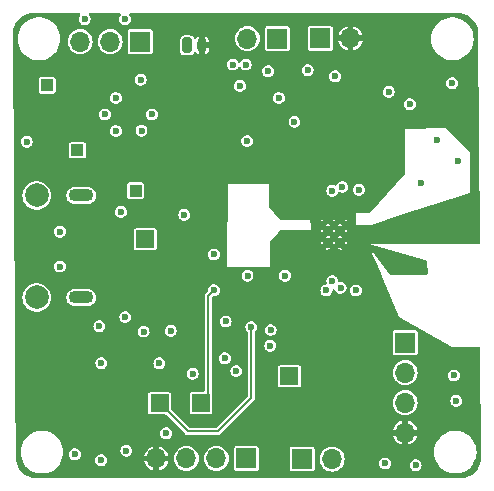
<source format=gbr>
%TF.GenerationSoftware,KiCad,Pcbnew,8.0.3*%
%TF.CreationDate,2025-04-01T13:45:41-05:00*%
%TF.ProjectId,wearable_v2_nrf,77656172-6162-46c6-955f-76325f6e7266,rev?*%
%TF.SameCoordinates,Original*%
%TF.FileFunction,Copper,L2,Inr*%
%TF.FilePolarity,Positive*%
%FSLAX46Y46*%
G04 Gerber Fmt 4.6, Leading zero omitted, Abs format (unit mm)*
G04 Created by KiCad (PCBNEW 8.0.3) date 2025-04-01 13:45:41*
%MOMM*%
%LPD*%
G01*
G04 APERTURE LIST*
G04 Aperture macros list*
%AMRoundRect*
0 Rectangle with rounded corners*
0 $1 Rounding radius*
0 $2 $3 $4 $5 $6 $7 $8 $9 X,Y pos of 4 corners*
0 Add a 4 corners polygon primitive as box body*
4,1,4,$2,$3,$4,$5,$6,$7,$8,$9,$2,$3,0*
0 Add four circle primitives for the rounded corners*
1,1,$1+$1,$2,$3*
1,1,$1+$1,$4,$5*
1,1,$1+$1,$6,$7*
1,1,$1+$1,$8,$9*
0 Add four rect primitives between the rounded corners*
20,1,$1+$1,$2,$3,$4,$5,0*
20,1,$1+$1,$4,$5,$6,$7,0*
20,1,$1+$1,$6,$7,$8,$9,0*
20,1,$1+$1,$8,$9,$2,$3,0*%
G04 Aperture macros list end*
%TA.AperFunction,ComponentPad*%
%ADD10R,1.700000X1.700000*%
%TD*%
%TA.AperFunction,ComponentPad*%
%ADD11O,1.700000X1.700000*%
%TD*%
%TA.AperFunction,ComponentPad*%
%ADD12R,1.500000X1.500000*%
%TD*%
%TA.AperFunction,ComponentPad*%
%ADD13RoundRect,0.200000X-0.200000X-0.450000X0.200000X-0.450000X0.200000X0.450000X-0.200000X0.450000X0*%
%TD*%
%TA.AperFunction,ComponentPad*%
%ADD14O,0.800000X1.300000*%
%TD*%
%TA.AperFunction,HeatsinkPad*%
%ADD15C,0.500000*%
%TD*%
%TA.AperFunction,ComponentPad*%
%ADD16C,2.010000*%
%TD*%
%TA.AperFunction,ComponentPad*%
%ADD17O,2.100000X1.100000*%
%TD*%
%TA.AperFunction,ComponentPad*%
%ADD18R,1.000000X1.000000*%
%TD*%
%TA.AperFunction,ViaPad*%
%ADD19C,0.600000*%
%TD*%
%TA.AperFunction,Conductor*%
%ADD20C,0.200000*%
%TD*%
G04 APERTURE END LIST*
D10*
%TO.N,Net-(Q1-D)*%
%TO.C,SW2*%
X93115000Y-51050000D03*
D11*
%TO.N,/VBAT+*%
X90575000Y-51050000D03*
%TO.N,unconnected-(SW2-C-Pad3)*%
X88035000Y-51050000D03*
%TD*%
D10*
%TO.N,/USART1_TX*%
%TO.C,J3*%
X102100000Y-86350000D03*
D11*
%TO.N,/USART1_RX*%
X99560000Y-86350000D03*
%TO.N,+3.3V*%
X97020000Y-86350000D03*
%TO.N,GND*%
X94480000Y-86350000D03*
%TD*%
D12*
%TO.N,/I2C1_SCL*%
%TO.C,TP5*%
X94750000Y-81675000D03*
%TD*%
%TO.N,/I2C1_SDA*%
%TO.C,TP4*%
X98275000Y-81650000D03*
%TD*%
D11*
%TO.N,/ADC1_N*%
%TO.C,R5*%
X102185000Y-50800000D03*
D10*
%TO.N,/ADC1_P*%
X104725000Y-50800000D03*
%TD*%
%TO.N,+3.3V*%
%TO.C,J4*%
X108375000Y-50775000D03*
D11*
%TO.N,GND*%
X110915000Y-50775000D03*
%TD*%
D13*
%TO.N,/VBAT+*%
%TO.C,BT1*%
X97100000Y-51375000D03*
D14*
%TO.N,GND*%
X98350000Y-51375000D03*
%TD*%
D10*
%TO.N,VCC*%
%TO.C,M1*%
X106825000Y-86400000D03*
D11*
%TO.N,Net-(D4-A)*%
X109365000Y-86400000D03*
%TD*%
D10*
%TO.N,/SWDIO*%
%TO.C,J1*%
X115550000Y-76545000D03*
D11*
%TO.N,/SWCLK*%
X115550000Y-79085000D03*
%TO.N,+3.3V*%
X115550000Y-81625000D03*
%TO.N,GND*%
X115550000Y-84165000D03*
%TD*%
D12*
%TO.N,/INT1*%
%TO.C,TP6*%
X93550000Y-67775000D03*
%TD*%
D15*
%TO.N,GND*%
%TO.C,U1*%
X108525000Y-66575000D03*
X108525000Y-67575000D03*
X108525000Y-68575000D03*
X109525000Y-66575000D03*
X109525000Y-67575000D03*
X109525000Y-68575000D03*
X110525000Y-66575000D03*
X110525000Y-67575000D03*
X110525000Y-68575000D03*
%TD*%
D16*
%TO.N,unconnected-(J2-PadMH1)*%
%TO.C,J2*%
X84347500Y-64080000D03*
%TO.N,unconnected-(J2-PadMH2)*%
X84347500Y-72720000D03*
D17*
%TO.N,unconnected-(J2-PadMH3)*%
X88118500Y-64082000D03*
%TO.N,unconnected-(J2-PadMH4)*%
X88118500Y-72718000D03*
%TD*%
D18*
%TO.N,/VBAT+*%
%TO.C,TP2*%
X85250000Y-54750000D03*
%TD*%
%TO.N,/VBUS*%
%TO.C,TP1*%
X87800000Y-60250000D03*
%TD*%
D12*
%TO.N,/HAPTIC*%
%TO.C,TP7*%
X105750000Y-79375000D03*
%TD*%
D18*
%TO.N,VCC*%
%TO.C,TP3*%
X92725000Y-63675000D03*
%TD*%
D19*
%TO.N,GND*%
X96225000Y-54450000D03*
%TO.N,/STAT*%
X104850000Y-55825000D03*
%TO.N,/VBUS*%
X94100000Y-57225000D03*
X90125000Y-57225000D03*
%TO.N,+3.3V*%
X119525000Y-54575000D03*
X115950000Y-56350000D03*
%TO.N,GND*%
X116975000Y-54150000D03*
X104450000Y-58075000D03*
%TO.N,+3.3V*%
X99350000Y-69075000D03*
X97550000Y-79175000D03*
%TO.N,/NRST*%
X95700000Y-75550000D03*
%TO.N,GND*%
X95775000Y-67000000D03*
X112225000Y-60100000D03*
X106400000Y-60075000D03*
X89925000Y-84125000D03*
X112475000Y-85225000D03*
X92425000Y-83700000D03*
X103500000Y-83150000D03*
X85137500Y-56975000D03*
X83475000Y-53275000D03*
X99825000Y-55712500D03*
X84475000Y-67125000D03*
X117075000Y-66975000D03*
X118206500Y-59419500D03*
X89975000Y-81225000D03*
X118625000Y-79550000D03*
X114225000Y-60125000D03*
X91425000Y-72675000D03*
X93250000Y-60525000D03*
X106043872Y-53231128D03*
X113675000Y-73175000D03*
X83325000Y-58275000D03*
X95575000Y-79675000D03*
X83200000Y-55300000D03*
X101975000Y-58175000D03*
X119981500Y-61194500D03*
X114150000Y-50100000D03*
X89850000Y-80175000D03*
X107925000Y-77600000D03*
X91250000Y-79300000D03*
X105175000Y-72525000D03*
X99325000Y-64150000D03*
X107875000Y-57900000D03*
X84225000Y-81300000D03*
X84500000Y-70100000D03*
X95325000Y-62550000D03*
X99425000Y-67275000D03*
X104275000Y-60037500D03*
X118625000Y-82925000D03*
X116893500Y-63057500D03*
X104900000Y-74975000D03*
X118700000Y-56850000D03*
X121100000Y-58000000D03*
%TO.N,VCC*%
X96850000Y-65725000D03*
X93225000Y-58600000D03*
X91060000Y-55825000D03*
X100350000Y-74750000D03*
%TO.N,/NRST*%
X89825000Y-78275000D03*
X111375000Y-72125000D03*
%TO.N,+3.3V*%
X91950000Y-85700000D03*
X100950000Y-53000000D03*
X93400000Y-75600000D03*
X89800000Y-86500000D03*
X95300000Y-84225000D03*
X102175000Y-59475000D03*
X119675000Y-79325000D03*
X107300000Y-53475000D03*
X100275000Y-77875000D03*
X101550000Y-54800000D03*
X119879507Y-81477661D03*
X116440695Y-86922447D03*
X106175000Y-57850000D03*
X83500000Y-59525000D03*
X91825000Y-49150000D03*
X87575000Y-86000000D03*
X113850000Y-86775000D03*
X94725000Y-78300000D03*
X89650000Y-75150000D03*
X91850000Y-74375000D03*
X104125000Y-76800000D03*
X104150000Y-75475000D03*
X93150000Y-54275000D03*
X103950000Y-53575000D03*
X109612500Y-54000000D03*
X88400000Y-49150000D03*
X101250000Y-78950000D03*
X91475000Y-65475000D03*
X102050000Y-53000000D03*
%TO.N,Net-(J2-CC2)*%
X86312500Y-70100000D03*
%TO.N,Net-(J2-CC1)*%
X86312500Y-67150000D03*
%TO.N,/USART1_RX*%
X108875000Y-72125000D03*
%TO.N,/USART1_TX*%
X109375000Y-71327761D03*
%TO.N,/ADC1_P*%
X110236765Y-63361765D03*
%TO.N,/LED0*%
X114150000Y-55300000D03*
X111625000Y-63600000D03*
%TO.N,/I2C1_SDA*%
X99347551Y-72112500D03*
%TO.N,/I2C1_SCL*%
X102525000Y-75225000D03*
%TO.N,/INT1*%
X102200000Y-70875000D03*
X105375000Y-70875000D03*
%TO.N,/ADC1_N*%
X109375000Y-63675000D03*
%TO.N,/VBUS*%
X91050000Y-58625000D03*
%TO.N,/STAT*%
X110075000Y-71900000D03*
%TD*%
D20*
%TO.N,/I2C1_SDA*%
X98875000Y-72585052D02*
X99347551Y-72112500D01*
X98875000Y-81050000D02*
X98875000Y-72585052D01*
X98275000Y-81650000D02*
X98875000Y-81050000D01*
%TO.N,/I2C1_SCL*%
X97125000Y-84050000D02*
X94750000Y-81675000D01*
X99675000Y-84050000D02*
X97125000Y-84050000D01*
X102525000Y-81200000D02*
X99675000Y-84050000D01*
X102525000Y-75225000D02*
X102525000Y-81200000D01*
%TD*%
%TA.AperFunction,Conductor*%
%TO.N,GND*%
G36*
X87997089Y-48634399D02*
G01*
X88042844Y-48687203D01*
X88052788Y-48756361D01*
X88023763Y-48819914D01*
X87974623Y-48876627D01*
X87974622Y-48876628D01*
X87914834Y-49007543D01*
X87894353Y-49150000D01*
X87914834Y-49292456D01*
X87965398Y-49403173D01*
X87974623Y-49423373D01*
X88068872Y-49532143D01*
X88189947Y-49609953D01*
X88189950Y-49609954D01*
X88189949Y-49609954D01*
X88328036Y-49650499D01*
X88328038Y-49650500D01*
X88328039Y-49650500D01*
X88471962Y-49650500D01*
X88471962Y-49650499D01*
X88610053Y-49609953D01*
X88731128Y-49532143D01*
X88825377Y-49423373D01*
X88885165Y-49292457D01*
X88905647Y-49150000D01*
X88885165Y-49007543D01*
X88825377Y-48876627D01*
X88776236Y-48819914D01*
X88747212Y-48756361D01*
X88757155Y-48687203D01*
X88802910Y-48634399D01*
X88869950Y-48614714D01*
X91355050Y-48614714D01*
X91422089Y-48634399D01*
X91467844Y-48687203D01*
X91477788Y-48756361D01*
X91448763Y-48819914D01*
X91399623Y-48876627D01*
X91399622Y-48876628D01*
X91339834Y-49007543D01*
X91319353Y-49150000D01*
X91339834Y-49292456D01*
X91390398Y-49403173D01*
X91399623Y-49423373D01*
X91493872Y-49532143D01*
X91614947Y-49609953D01*
X91614950Y-49609954D01*
X91614949Y-49609954D01*
X91753036Y-49650499D01*
X91753038Y-49650500D01*
X91753039Y-49650500D01*
X91896962Y-49650500D01*
X91896962Y-49650499D01*
X92035053Y-49609953D01*
X92156128Y-49532143D01*
X92250377Y-49423373D01*
X92310165Y-49292457D01*
X92330647Y-49150000D01*
X92310165Y-49007543D01*
X92250377Y-48876627D01*
X92201236Y-48819914D01*
X92172212Y-48756361D01*
X92182155Y-48687203D01*
X92227910Y-48634399D01*
X92294950Y-48614714D01*
X119991617Y-48614714D01*
X120034783Y-48614714D01*
X120043629Y-48615029D01*
X120272231Y-48631381D01*
X120289737Y-48633898D01*
X120506726Y-48681103D01*
X120509347Y-48681673D01*
X120526322Y-48686658D01*
X120736889Y-48765197D01*
X120752979Y-48772544D01*
X120950239Y-48880258D01*
X120965121Y-48889822D01*
X120969173Y-48892856D01*
X121145035Y-49024506D01*
X121158406Y-49036092D01*
X121317325Y-49195013D01*
X121328911Y-49208385D01*
X121463588Y-49388297D01*
X121473152Y-49403180D01*
X121580861Y-49600436D01*
X121588211Y-49616530D01*
X121666749Y-49827105D01*
X121671733Y-49844080D01*
X121719503Y-50063682D01*
X121722021Y-50081193D01*
X121738397Y-50310172D01*
X121738713Y-50319018D01*
X121738713Y-50368337D01*
X121739116Y-50373254D01*
X121862039Y-68074129D01*
X121842820Y-68141303D01*
X121790335Y-68187424D01*
X121737719Y-68198990D01*
X112525002Y-68175000D01*
X112525000Y-68175000D01*
X117201330Y-69534953D01*
X117337550Y-69574568D01*
X117396425Y-69612190D01*
X117425615Y-69675670D01*
X117426896Y-69691052D01*
X117447383Y-70674425D01*
X117429099Y-70741860D01*
X117377260Y-70788705D01*
X117324402Y-70801004D01*
X114386317Y-70824509D01*
X114319122Y-70805361D01*
X114287389Y-70776570D01*
X112500000Y-68475000D01*
X112500000Y-68475001D01*
X113499139Y-70673106D01*
X113500785Y-70676892D01*
X113696433Y-71148371D01*
X115025000Y-74350000D01*
X119500000Y-76950000D01*
X121799251Y-76928905D01*
X121866469Y-76947974D01*
X121912706Y-77000356D01*
X121924386Y-77052039D01*
X121988673Y-86309443D01*
X121988360Y-86319151D01*
X121972046Y-86547230D01*
X121969528Y-86564742D01*
X121921755Y-86784347D01*
X121916771Y-86801322D01*
X121838228Y-87011902D01*
X121830878Y-87027996D01*
X121723169Y-87225247D01*
X121713604Y-87240129D01*
X121578920Y-87420046D01*
X121567334Y-87433417D01*
X121408417Y-87592334D01*
X121395046Y-87603920D01*
X121215129Y-87738604D01*
X121200247Y-87748169D01*
X121002996Y-87855878D01*
X120986902Y-87863228D01*
X120776322Y-87941771D01*
X120759347Y-87946755D01*
X120539742Y-87994528D01*
X120522230Y-87997046D01*
X120293630Y-88013398D01*
X120284783Y-88013714D01*
X84346806Y-88013714D01*
X84346794Y-88013713D01*
X84293637Y-88013713D01*
X84284792Y-88013397D01*
X84056190Y-87997049D01*
X84038678Y-87994531D01*
X83819072Y-87946760D01*
X83802096Y-87941776D01*
X83591517Y-87863236D01*
X83575424Y-87855887D01*
X83378168Y-87748179D01*
X83363284Y-87738614D01*
X83183363Y-87603929D01*
X83169992Y-87592343D01*
X83011067Y-87433420D01*
X82999488Y-87420057D01*
X82864791Y-87240127D01*
X82855238Y-87225261D01*
X82747519Y-87027991D01*
X82740173Y-87011905D01*
X82661629Y-86801322D01*
X82656647Y-86784357D01*
X82654611Y-86775000D01*
X82608870Y-86564742D01*
X82606353Y-86547231D01*
X82605857Y-86540303D01*
X82590030Y-86319027D01*
X82589714Y-86310180D01*
X82589714Y-86260064D01*
X82589310Y-86255154D01*
X82589112Y-86226626D01*
X82586248Y-85814209D01*
X82983665Y-85814209D01*
X82983665Y-85814218D01*
X83003830Y-86083315D01*
X83063878Y-86346402D01*
X83063880Y-86346409D01*
X83162470Y-86597610D01*
X83162472Y-86597614D01*
X83167276Y-86605934D01*
X83297399Y-86831316D01*
X83399984Y-86959953D01*
X83465656Y-87042303D01*
X83577858Y-87146410D01*
X83663473Y-87225849D01*
X83886440Y-87377865D01*
X84129573Y-87494952D01*
X84387442Y-87574494D01*
X84387443Y-87574494D01*
X84387446Y-87574495D01*
X84654277Y-87614713D01*
X84654282Y-87614713D01*
X84654285Y-87614714D01*
X84654286Y-87614714D01*
X84924142Y-87614714D01*
X84924143Y-87614714D01*
X84924150Y-87614713D01*
X85190981Y-87574495D01*
X85190982Y-87574494D01*
X85190986Y-87574494D01*
X85448855Y-87494952D01*
X85691989Y-87377865D01*
X85914955Y-87225849D01*
X86112775Y-87042299D01*
X86281029Y-86831316D01*
X86415957Y-86597612D01*
X86514548Y-86346409D01*
X86574597Y-86083317D01*
X86580841Y-86000000D01*
X87069353Y-86000000D01*
X87089834Y-86142456D01*
X87146540Y-86266622D01*
X87149623Y-86273373D01*
X87243872Y-86382143D01*
X87364947Y-86459953D01*
X87364950Y-86459954D01*
X87364949Y-86459954D01*
X87472107Y-86491417D01*
X87501336Y-86500000D01*
X87503036Y-86500499D01*
X87503038Y-86500500D01*
X87503039Y-86500500D01*
X87646962Y-86500500D01*
X87646962Y-86500499D01*
X87648661Y-86500000D01*
X89294353Y-86500000D01*
X89314834Y-86642456D01*
X89365755Y-86753956D01*
X89374623Y-86773373D01*
X89468872Y-86882143D01*
X89589947Y-86959953D01*
X89589950Y-86959954D01*
X89589949Y-86959954D01*
X89680195Y-86986452D01*
X89725893Y-86999870D01*
X89728036Y-87000499D01*
X89728038Y-87000500D01*
X89728039Y-87000500D01*
X89871962Y-87000500D01*
X89871962Y-87000499D01*
X90010053Y-86959953D01*
X90131128Y-86882143D01*
X90225377Y-86773373D01*
X90285165Y-86642457D01*
X90305647Y-86500000D01*
X90285165Y-86357543D01*
X90225377Y-86226627D01*
X90131128Y-86117857D01*
X90010053Y-86040047D01*
X90010051Y-86040046D01*
X90010049Y-86040045D01*
X90010050Y-86040045D01*
X89871963Y-85999500D01*
X89871961Y-85999500D01*
X89728039Y-85999500D01*
X89728036Y-85999500D01*
X89589949Y-86040045D01*
X89468873Y-86117856D01*
X89374623Y-86226626D01*
X89374622Y-86226628D01*
X89314834Y-86357543D01*
X89294353Y-86500000D01*
X87648661Y-86500000D01*
X87785053Y-86459953D01*
X87906128Y-86382143D01*
X88000377Y-86273373D01*
X88060165Y-86142457D01*
X88080647Y-86000000D01*
X88060165Y-85857543D01*
X88000377Y-85726627D01*
X87977305Y-85700000D01*
X91444353Y-85700000D01*
X91464834Y-85842456D01*
X91524622Y-85973371D01*
X91524623Y-85973373D01*
X91618872Y-86082143D01*
X91739947Y-86159953D01*
X91739950Y-86159954D01*
X91739949Y-86159954D01*
X91878036Y-86200499D01*
X91878038Y-86200500D01*
X91878039Y-86200500D01*
X92021962Y-86200500D01*
X92021962Y-86200499D01*
X92160053Y-86159953D01*
X92253342Y-86100000D01*
X93458590Y-86100000D01*
X94046988Y-86100000D01*
X94014075Y-86157007D01*
X93980000Y-86284174D01*
X93980000Y-86415826D01*
X94014075Y-86542993D01*
X94046988Y-86600000D01*
X93458590Y-86600000D01*
X93505233Y-86753766D01*
X93602728Y-86936166D01*
X93602732Y-86936173D01*
X93733944Y-87096055D01*
X93893826Y-87227267D01*
X93893833Y-87227271D01*
X94076233Y-87324766D01*
X94230000Y-87371410D01*
X94230000Y-86783012D01*
X94287007Y-86815925D01*
X94414174Y-86850000D01*
X94545826Y-86850000D01*
X94672993Y-86815925D01*
X94730000Y-86783012D01*
X94730000Y-87371410D01*
X94883766Y-87324766D01*
X95066166Y-87227271D01*
X95066173Y-87227267D01*
X95226055Y-87096055D01*
X95357267Y-86936173D01*
X95357271Y-86936166D01*
X95454766Y-86753766D01*
X95501410Y-86600000D01*
X94913012Y-86600000D01*
X94945925Y-86542993D01*
X94980000Y-86415826D01*
X94980000Y-86350000D01*
X95964417Y-86350000D01*
X95984699Y-86555932D01*
X95999867Y-86605934D01*
X96044768Y-86753954D01*
X96142315Y-86936450D01*
X96142317Y-86936452D01*
X96273589Y-87096410D01*
X96347594Y-87157143D01*
X96433550Y-87227685D01*
X96616046Y-87325232D01*
X96814066Y-87385300D01*
X96814065Y-87385300D01*
X96832529Y-87387118D01*
X97020000Y-87405583D01*
X97225934Y-87385300D01*
X97423954Y-87325232D01*
X97606450Y-87227685D01*
X97766410Y-87096410D01*
X97897685Y-86936450D01*
X97995232Y-86753954D01*
X98055300Y-86555934D01*
X98075583Y-86350000D01*
X98504417Y-86350000D01*
X98524699Y-86555932D01*
X98539867Y-86605934D01*
X98584768Y-86753954D01*
X98682315Y-86936450D01*
X98682317Y-86936452D01*
X98813589Y-87096410D01*
X98887594Y-87157143D01*
X98973550Y-87227685D01*
X99156046Y-87325232D01*
X99354066Y-87385300D01*
X99354065Y-87385300D01*
X99372529Y-87387118D01*
X99560000Y-87405583D01*
X99765934Y-87385300D01*
X99963954Y-87325232D01*
X100146450Y-87227685D01*
X100306410Y-87096410D01*
X100437685Y-86936450D01*
X100535232Y-86753954D01*
X100595300Y-86555934D01*
X100615583Y-86350000D01*
X100595300Y-86144066D01*
X100535232Y-85946046D01*
X100437685Y-85763550D01*
X100306701Y-85603944D01*
X100306410Y-85603589D01*
X100156121Y-85480252D01*
X100156115Y-85480247D01*
X101049500Y-85480247D01*
X101049500Y-87219752D01*
X101061131Y-87278229D01*
X101061132Y-87278230D01*
X101105447Y-87344552D01*
X101171769Y-87388867D01*
X101171770Y-87388868D01*
X101230247Y-87400499D01*
X101230250Y-87400500D01*
X101230252Y-87400500D01*
X102969750Y-87400500D01*
X102969751Y-87400499D01*
X102984568Y-87397552D01*
X103028229Y-87388868D01*
X103028229Y-87388867D01*
X103028231Y-87388867D01*
X103094552Y-87344552D01*
X103138867Y-87278231D01*
X103138867Y-87278229D01*
X103138868Y-87278229D01*
X103148922Y-87227682D01*
X103150500Y-87219748D01*
X103150500Y-85530247D01*
X105774500Y-85530247D01*
X105774500Y-87269752D01*
X105786131Y-87328229D01*
X105786132Y-87328230D01*
X105830447Y-87394552D01*
X105896769Y-87438867D01*
X105896770Y-87438868D01*
X105955247Y-87450499D01*
X105955250Y-87450500D01*
X105955252Y-87450500D01*
X107694750Y-87450500D01*
X107694751Y-87450499D01*
X107709568Y-87447552D01*
X107753229Y-87438868D01*
X107753229Y-87438867D01*
X107753231Y-87438867D01*
X107819552Y-87394552D01*
X107863867Y-87328231D01*
X107863867Y-87328229D01*
X107863868Y-87328229D01*
X107875499Y-87269752D01*
X107875500Y-87269750D01*
X107875500Y-86400000D01*
X108309417Y-86400000D01*
X108329699Y-86605932D01*
X108359734Y-86704944D01*
X108389768Y-86803954D01*
X108487315Y-86986450D01*
X108508202Y-87011901D01*
X108618589Y-87146410D01*
X108707953Y-87219748D01*
X108778550Y-87277685D01*
X108961046Y-87375232D01*
X109159066Y-87435300D01*
X109159065Y-87435300D01*
X109177529Y-87437118D01*
X109365000Y-87455583D01*
X109570934Y-87435300D01*
X109768954Y-87375232D01*
X109951450Y-87277685D01*
X110111410Y-87146410D01*
X110242685Y-86986450D01*
X110340232Y-86803954D01*
X110349015Y-86775000D01*
X113344353Y-86775000D01*
X113364834Y-86917456D01*
X113407967Y-87011902D01*
X113424623Y-87048373D01*
X113518872Y-87157143D01*
X113639947Y-87234953D01*
X113639950Y-87234954D01*
X113639949Y-87234954D01*
X113778036Y-87275499D01*
X113778038Y-87275500D01*
X113778039Y-87275500D01*
X113921962Y-87275500D01*
X113921962Y-87275499D01*
X114029121Y-87244035D01*
X114060050Y-87234954D01*
X114060050Y-87234953D01*
X114060053Y-87234953D01*
X114181128Y-87157143D01*
X114275377Y-87048373D01*
X114332886Y-86922447D01*
X115935048Y-86922447D01*
X115955529Y-87064903D01*
X116015317Y-87195818D01*
X116015318Y-87195820D01*
X116109567Y-87304590D01*
X116230642Y-87382400D01*
X116230645Y-87382401D01*
X116230644Y-87382401D01*
X116368731Y-87422946D01*
X116368733Y-87422947D01*
X116368734Y-87422947D01*
X116512657Y-87422947D01*
X116512657Y-87422946D01*
X116628723Y-87388867D01*
X116650745Y-87382401D01*
X116650745Y-87382400D01*
X116650748Y-87382400D01*
X116771823Y-87304590D01*
X116866072Y-87195820D01*
X116925860Y-87064904D01*
X116946342Y-86922447D01*
X116925860Y-86779990D01*
X116866072Y-86649074D01*
X116771823Y-86540304D01*
X116650748Y-86462494D01*
X116650746Y-86462493D01*
X116650744Y-86462492D01*
X116650745Y-86462492D01*
X116512658Y-86421947D01*
X116512656Y-86421947D01*
X116368734Y-86421947D01*
X116368731Y-86421947D01*
X116230644Y-86462492D01*
X116109568Y-86540303D01*
X116015318Y-86649073D01*
X116015317Y-86649075D01*
X115955529Y-86779990D01*
X115935048Y-86922447D01*
X114332886Y-86922447D01*
X114335165Y-86917457D01*
X114355647Y-86775000D01*
X114335165Y-86632543D01*
X114275377Y-86501627D01*
X114181128Y-86392857D01*
X114060053Y-86315047D01*
X114060051Y-86315046D01*
X114060049Y-86315045D01*
X114060050Y-86315045D01*
X113921963Y-86274500D01*
X113921961Y-86274500D01*
X113778039Y-86274500D01*
X113778036Y-86274500D01*
X113639949Y-86315045D01*
X113518873Y-86392856D01*
X113424623Y-86501626D01*
X113424622Y-86501628D01*
X113364834Y-86632543D01*
X113344353Y-86775000D01*
X110349015Y-86775000D01*
X110400300Y-86605934D01*
X110420583Y-86400000D01*
X110400300Y-86194066D01*
X110340232Y-85996046D01*
X110243037Y-85814209D01*
X117983665Y-85814209D01*
X117983665Y-85814218D01*
X118003830Y-86083315D01*
X118063878Y-86346402D01*
X118063880Y-86346409D01*
X118162470Y-86597610D01*
X118162472Y-86597614D01*
X118167276Y-86605934D01*
X118297399Y-86831316D01*
X118399984Y-86959953D01*
X118465656Y-87042303D01*
X118577858Y-87146410D01*
X118663473Y-87225849D01*
X118886440Y-87377865D01*
X119129573Y-87494952D01*
X119387442Y-87574494D01*
X119387443Y-87574494D01*
X119387446Y-87574495D01*
X119654277Y-87614713D01*
X119654282Y-87614713D01*
X119654285Y-87614714D01*
X119654286Y-87614714D01*
X119924142Y-87614714D01*
X119924143Y-87614714D01*
X119924150Y-87614713D01*
X120190981Y-87574495D01*
X120190982Y-87574494D01*
X120190986Y-87574494D01*
X120448855Y-87494952D01*
X120691989Y-87377865D01*
X120914955Y-87225849D01*
X121112775Y-87042299D01*
X121281029Y-86831316D01*
X121415957Y-86597612D01*
X121514548Y-86346409D01*
X121574597Y-86083317D01*
X121591516Y-85857543D01*
X121594763Y-85814218D01*
X121594763Y-85814209D01*
X121574597Y-85545112D01*
X121573441Y-85540047D01*
X121514548Y-85282019D01*
X121415957Y-85030816D01*
X121281029Y-84797112D01*
X121112775Y-84586129D01*
X121112774Y-84586128D01*
X121112771Y-84586124D01*
X120914955Y-84402579D01*
X120691989Y-84250563D01*
X120691983Y-84250560D01*
X120691982Y-84250559D01*
X120691981Y-84250558D01*
X120448857Y-84133477D01*
X120448859Y-84133477D01*
X120190987Y-84053934D01*
X120190981Y-84053932D01*
X119924150Y-84013714D01*
X119924143Y-84013714D01*
X119654285Y-84013714D01*
X119654277Y-84013714D01*
X119387446Y-84053932D01*
X119387440Y-84053934D01*
X119129572Y-84133476D01*
X118886444Y-84250560D01*
X118663472Y-84402579D01*
X118465656Y-84586124D01*
X118297399Y-84797112D01*
X118162472Y-85030813D01*
X118162470Y-85030817D01*
X118063880Y-85282018D01*
X118063878Y-85282025D01*
X118003830Y-85545112D01*
X117983665Y-85814209D01*
X110243037Y-85814209D01*
X110242685Y-85813550D01*
X110190702Y-85750209D01*
X110111410Y-85653589D01*
X109979227Y-85545111D01*
X109951450Y-85522315D01*
X109768954Y-85424768D01*
X109570934Y-85364700D01*
X109570932Y-85364699D01*
X109570934Y-85364699D01*
X109365000Y-85344417D01*
X109159067Y-85364699D01*
X109024736Y-85405448D01*
X108970933Y-85421769D01*
X108961043Y-85424769D01*
X108872089Y-85472317D01*
X108778550Y-85522315D01*
X108778548Y-85522316D01*
X108778547Y-85522317D01*
X108618589Y-85653589D01*
X108528116Y-85763833D01*
X108487315Y-85813550D01*
X108471864Y-85842457D01*
X108389769Y-85996043D01*
X108329699Y-86194067D01*
X108309417Y-86400000D01*
X107875500Y-86400000D01*
X107875500Y-85530249D01*
X107875499Y-85530247D01*
X107863868Y-85471770D01*
X107863867Y-85471769D01*
X107819552Y-85405447D01*
X107753230Y-85361132D01*
X107753229Y-85361131D01*
X107694752Y-85349500D01*
X107694748Y-85349500D01*
X105955252Y-85349500D01*
X105955247Y-85349500D01*
X105896770Y-85361131D01*
X105896769Y-85361132D01*
X105830447Y-85405447D01*
X105786132Y-85471769D01*
X105786131Y-85471770D01*
X105774500Y-85530247D01*
X103150500Y-85530247D01*
X103150500Y-85480252D01*
X103150500Y-85480249D01*
X103150499Y-85480247D01*
X103138868Y-85421770D01*
X103138867Y-85421769D01*
X103094552Y-85355447D01*
X103028230Y-85311132D01*
X103028229Y-85311131D01*
X102969752Y-85299500D01*
X102969748Y-85299500D01*
X101230252Y-85299500D01*
X101230247Y-85299500D01*
X101171770Y-85311131D01*
X101171769Y-85311132D01*
X101105447Y-85355447D01*
X101061132Y-85421769D01*
X101061131Y-85421770D01*
X101049500Y-85480247D01*
X100156115Y-85480247D01*
X100146450Y-85472315D01*
X99963954Y-85374768D01*
X99765934Y-85314700D01*
X99765932Y-85314699D01*
X99765934Y-85314699D01*
X99560000Y-85294417D01*
X99354067Y-85314699D01*
X99156043Y-85374769D01*
X99045898Y-85433643D01*
X98973550Y-85472315D01*
X98973548Y-85472316D01*
X98973547Y-85472317D01*
X98813589Y-85603589D01*
X98682317Y-85763547D01*
X98682315Y-85763550D01*
X98682164Y-85763833D01*
X98584769Y-85946043D01*
X98524699Y-86144067D01*
X98504417Y-86350000D01*
X98075583Y-86350000D01*
X98055300Y-86144066D01*
X97995232Y-85946046D01*
X97897685Y-85763550D01*
X97766701Y-85603944D01*
X97766410Y-85603589D01*
X97616121Y-85480252D01*
X97606450Y-85472315D01*
X97423954Y-85374768D01*
X97225934Y-85314700D01*
X97225932Y-85314699D01*
X97225934Y-85314699D01*
X97020000Y-85294417D01*
X96814067Y-85314699D01*
X96616043Y-85374769D01*
X96505898Y-85433643D01*
X96433550Y-85472315D01*
X96433548Y-85472316D01*
X96433547Y-85472317D01*
X96273589Y-85603589D01*
X96142317Y-85763547D01*
X96142315Y-85763550D01*
X96142164Y-85763833D01*
X96044769Y-85946043D01*
X95984699Y-86144067D01*
X95964417Y-86350000D01*
X94980000Y-86350000D01*
X94980000Y-86284174D01*
X94945925Y-86157007D01*
X94913012Y-86100000D01*
X95501410Y-86100000D01*
X95454766Y-85946233D01*
X95357271Y-85763833D01*
X95357267Y-85763826D01*
X95226055Y-85603944D01*
X95066173Y-85472732D01*
X95066166Y-85472728D01*
X94883763Y-85375232D01*
X94730000Y-85328587D01*
X94730000Y-85916988D01*
X94672993Y-85884075D01*
X94545826Y-85850000D01*
X94414174Y-85850000D01*
X94287007Y-85884075D01*
X94230000Y-85916988D01*
X94230000Y-85328587D01*
X94076236Y-85375232D01*
X93893833Y-85472728D01*
X93893826Y-85472732D01*
X93733944Y-85603944D01*
X93602732Y-85763826D01*
X93602728Y-85763833D01*
X93505233Y-85946233D01*
X93458590Y-86100000D01*
X92253342Y-86100000D01*
X92281128Y-86082143D01*
X92375377Y-85973373D01*
X92435165Y-85842457D01*
X92455647Y-85700000D01*
X92435165Y-85557543D01*
X92375377Y-85426627D01*
X92281128Y-85317857D01*
X92160053Y-85240047D01*
X92160051Y-85240046D01*
X92160049Y-85240045D01*
X92160050Y-85240045D01*
X92021963Y-85199500D01*
X92021961Y-85199500D01*
X91878039Y-85199500D01*
X91878036Y-85199500D01*
X91739949Y-85240045D01*
X91618873Y-85317856D01*
X91618872Y-85317856D01*
X91618872Y-85317857D01*
X91606290Y-85332377D01*
X91524623Y-85426626D01*
X91524622Y-85426628D01*
X91464834Y-85557543D01*
X91444353Y-85700000D01*
X87977305Y-85700000D01*
X87906128Y-85617857D01*
X87785053Y-85540047D01*
X87785051Y-85540046D01*
X87785049Y-85540045D01*
X87785050Y-85540045D01*
X87646963Y-85499500D01*
X87646961Y-85499500D01*
X87503039Y-85499500D01*
X87503036Y-85499500D01*
X87364949Y-85540045D01*
X87243873Y-85617856D01*
X87149623Y-85726626D01*
X87149622Y-85726628D01*
X87089834Y-85857543D01*
X87069353Y-86000000D01*
X86580841Y-86000000D01*
X86591516Y-85857543D01*
X86594763Y-85814218D01*
X86594763Y-85814209D01*
X86574597Y-85545112D01*
X86573441Y-85540047D01*
X86514548Y-85282019D01*
X86415957Y-85030816D01*
X86281029Y-84797112D01*
X86112775Y-84586129D01*
X86112774Y-84586128D01*
X86112771Y-84586124D01*
X85914955Y-84402579D01*
X85691989Y-84250563D01*
X85691983Y-84250560D01*
X85691982Y-84250559D01*
X85691981Y-84250558D01*
X85638909Y-84225000D01*
X94794353Y-84225000D01*
X94814834Y-84367456D01*
X94836547Y-84415000D01*
X94874623Y-84498373D01*
X94968872Y-84607143D01*
X95089947Y-84684953D01*
X95089950Y-84684954D01*
X95089949Y-84684954D01*
X95228036Y-84725499D01*
X95228038Y-84725500D01*
X95228039Y-84725500D01*
X95371962Y-84725500D01*
X95371962Y-84725499D01*
X95510053Y-84684953D01*
X95631128Y-84607143D01*
X95725377Y-84498373D01*
X95785165Y-84367457D01*
X95805647Y-84225000D01*
X95785165Y-84082543D01*
X95725377Y-83951627D01*
X95631128Y-83842857D01*
X95510053Y-83765047D01*
X95510051Y-83765046D01*
X95510049Y-83765045D01*
X95510050Y-83765045D01*
X95371963Y-83724500D01*
X95371961Y-83724500D01*
X95228039Y-83724500D01*
X95228036Y-83724500D01*
X95089949Y-83765045D01*
X94968873Y-83842856D01*
X94874623Y-83951626D01*
X94874622Y-83951628D01*
X94814834Y-84082543D01*
X94794353Y-84225000D01*
X85638909Y-84225000D01*
X85448857Y-84133477D01*
X85448859Y-84133477D01*
X85190987Y-84053934D01*
X85190981Y-84053932D01*
X84924150Y-84013714D01*
X84924143Y-84013714D01*
X84654285Y-84013714D01*
X84654277Y-84013714D01*
X84387446Y-84053932D01*
X84387440Y-84053934D01*
X84129572Y-84133476D01*
X83886444Y-84250560D01*
X83663472Y-84402579D01*
X83465656Y-84586124D01*
X83297399Y-84797112D01*
X83162472Y-85030813D01*
X83162470Y-85030817D01*
X83063880Y-85282018D01*
X83063878Y-85282025D01*
X83003830Y-85545112D01*
X82983665Y-85814209D01*
X82586248Y-85814209D01*
X82552158Y-80905247D01*
X93799500Y-80905247D01*
X93799500Y-82444752D01*
X93811131Y-82503229D01*
X93811132Y-82503230D01*
X93855447Y-82569552D01*
X93921769Y-82613867D01*
X93921770Y-82613868D01*
X93980247Y-82625499D01*
X93980250Y-82625500D01*
X93980252Y-82625500D01*
X95224167Y-82625500D01*
X95291206Y-82645185D01*
X95311848Y-82661819D01*
X96884540Y-84234511D01*
X96940489Y-84290460D01*
X96940491Y-84290461D01*
X96940495Y-84290464D01*
X97009004Y-84330017D01*
X97009011Y-84330021D01*
X97085438Y-84350500D01*
X97085440Y-84350500D01*
X99714560Y-84350500D01*
X99714562Y-84350500D01*
X99790989Y-84330021D01*
X99859511Y-84290460D01*
X99915460Y-84234511D01*
X100234971Y-83915000D01*
X114528590Y-83915000D01*
X115116988Y-83915000D01*
X115084075Y-83972007D01*
X115050000Y-84099174D01*
X115050000Y-84230826D01*
X115084075Y-84357993D01*
X115116988Y-84415000D01*
X114528590Y-84415000D01*
X114575233Y-84568766D01*
X114672728Y-84751166D01*
X114672732Y-84751173D01*
X114803944Y-84911055D01*
X114963826Y-85042267D01*
X114963833Y-85042271D01*
X115146233Y-85139766D01*
X115300000Y-85186410D01*
X115300000Y-84598012D01*
X115357007Y-84630925D01*
X115484174Y-84665000D01*
X115615826Y-84665000D01*
X115742993Y-84630925D01*
X115800000Y-84598012D01*
X115800000Y-85186410D01*
X115953766Y-85139766D01*
X116136166Y-85042271D01*
X116136173Y-85042267D01*
X116296055Y-84911055D01*
X116427267Y-84751173D01*
X116427271Y-84751166D01*
X116524766Y-84568766D01*
X116571410Y-84415000D01*
X115983012Y-84415000D01*
X116015925Y-84357993D01*
X116050000Y-84230826D01*
X116050000Y-84099174D01*
X116015925Y-83972007D01*
X115983012Y-83915000D01*
X116571410Y-83915000D01*
X116524766Y-83761233D01*
X116427271Y-83578833D01*
X116427267Y-83578826D01*
X116296055Y-83418944D01*
X116136173Y-83287732D01*
X116136166Y-83287728D01*
X115953763Y-83190232D01*
X115800000Y-83143587D01*
X115800000Y-83731988D01*
X115742993Y-83699075D01*
X115615826Y-83665000D01*
X115484174Y-83665000D01*
X115357007Y-83699075D01*
X115300000Y-83731988D01*
X115300000Y-83143587D01*
X115146236Y-83190232D01*
X114963833Y-83287728D01*
X114963826Y-83287732D01*
X114803944Y-83418944D01*
X114672732Y-83578826D01*
X114672728Y-83578833D01*
X114575233Y-83761233D01*
X114528590Y-83915000D01*
X100234971Y-83915000D01*
X102524971Y-81625000D01*
X114494417Y-81625000D01*
X114514699Y-81830932D01*
X114544734Y-81929944D01*
X114574768Y-82028954D01*
X114672315Y-82211450D01*
X114706969Y-82253677D01*
X114803589Y-82371410D01*
X114862495Y-82419752D01*
X114963550Y-82502685D01*
X115146046Y-82600232D01*
X115344066Y-82660300D01*
X115344065Y-82660300D01*
X115359488Y-82661819D01*
X115550000Y-82680583D01*
X115755934Y-82660300D01*
X115953954Y-82600232D01*
X116136450Y-82502685D01*
X116296410Y-82371410D01*
X116427685Y-82211450D01*
X116525232Y-82028954D01*
X116585300Y-81830934D01*
X116605583Y-81625000D01*
X116591071Y-81477661D01*
X119373860Y-81477661D01*
X119394341Y-81620117D01*
X119454129Y-81751032D01*
X119454130Y-81751034D01*
X119548379Y-81859804D01*
X119669454Y-81937614D01*
X119669457Y-81937615D01*
X119669456Y-81937615D01*
X119807543Y-81978160D01*
X119807545Y-81978161D01*
X119807546Y-81978161D01*
X119951469Y-81978161D01*
X119951469Y-81978160D01*
X120089560Y-81937614D01*
X120210635Y-81859804D01*
X120304884Y-81751034D01*
X120364672Y-81620118D01*
X120385154Y-81477661D01*
X120364672Y-81335204D01*
X120304884Y-81204288D01*
X120210635Y-81095518D01*
X120089560Y-81017708D01*
X120089558Y-81017707D01*
X120089556Y-81017706D01*
X120089557Y-81017706D01*
X119951470Y-80977161D01*
X119951468Y-80977161D01*
X119807546Y-80977161D01*
X119807543Y-80977161D01*
X119669456Y-81017706D01*
X119548380Y-81095517D01*
X119454130Y-81204287D01*
X119454129Y-81204289D01*
X119394341Y-81335204D01*
X119373860Y-81477661D01*
X116591071Y-81477661D01*
X116585300Y-81419066D01*
X116525232Y-81221046D01*
X116427685Y-81038550D01*
X116318291Y-80905252D01*
X116296410Y-80878589D01*
X116136452Y-80747317D01*
X116136453Y-80747317D01*
X116136450Y-80747315D01*
X115953954Y-80649768D01*
X115755934Y-80589700D01*
X115755932Y-80589699D01*
X115755934Y-80589699D01*
X115550000Y-80569417D01*
X115344067Y-80589699D01*
X115146043Y-80649769D01*
X115053005Y-80699500D01*
X114963550Y-80747315D01*
X114963548Y-80747316D01*
X114963547Y-80747317D01*
X114803589Y-80878589D01*
X114672317Y-81038547D01*
X114574769Y-81221043D01*
X114514699Y-81419067D01*
X114494417Y-81625000D01*
X102524971Y-81625000D01*
X102765460Y-81384511D01*
X102805022Y-81315988D01*
X102825500Y-81239562D01*
X102825500Y-81160438D01*
X102825500Y-78605247D01*
X104799500Y-78605247D01*
X104799500Y-80144752D01*
X104811131Y-80203229D01*
X104811132Y-80203230D01*
X104855447Y-80269552D01*
X104921769Y-80313867D01*
X104921770Y-80313868D01*
X104980247Y-80325499D01*
X104980250Y-80325500D01*
X104980252Y-80325500D01*
X106519750Y-80325500D01*
X106519751Y-80325499D01*
X106534568Y-80322552D01*
X106578229Y-80313868D01*
X106578229Y-80313867D01*
X106578231Y-80313867D01*
X106644552Y-80269552D01*
X106688867Y-80203231D01*
X106688867Y-80203229D01*
X106688868Y-80203229D01*
X106700499Y-80144752D01*
X106700500Y-80144750D01*
X106700500Y-79085000D01*
X114494417Y-79085000D01*
X114514699Y-79290932D01*
X114527200Y-79332143D01*
X114574768Y-79488954D01*
X114672315Y-79671450D01*
X114672317Y-79671452D01*
X114803589Y-79831410D01*
X114900209Y-79910702D01*
X114963550Y-79962685D01*
X115146046Y-80060232D01*
X115344066Y-80120300D01*
X115344065Y-80120300D01*
X115362529Y-80122118D01*
X115550000Y-80140583D01*
X115755934Y-80120300D01*
X115953954Y-80060232D01*
X116136450Y-79962685D01*
X116296410Y-79831410D01*
X116427685Y-79671450D01*
X116525232Y-79488954D01*
X116574966Y-79325000D01*
X119169353Y-79325000D01*
X119189834Y-79467456D01*
X119249622Y-79598371D01*
X119249623Y-79598373D01*
X119343872Y-79707143D01*
X119464947Y-79784953D01*
X119464950Y-79784954D01*
X119464949Y-79784954D01*
X119603036Y-79825499D01*
X119603038Y-79825500D01*
X119603039Y-79825500D01*
X119746962Y-79825500D01*
X119746962Y-79825499D01*
X119885053Y-79784953D01*
X120006128Y-79707143D01*
X120100377Y-79598373D01*
X120160165Y-79467457D01*
X120180647Y-79325000D01*
X120160165Y-79182543D01*
X120100377Y-79051627D01*
X120006128Y-78942857D01*
X119885053Y-78865047D01*
X119885051Y-78865046D01*
X119885049Y-78865045D01*
X119885050Y-78865045D01*
X119746963Y-78824500D01*
X119746961Y-78824500D01*
X119603039Y-78824500D01*
X119603036Y-78824500D01*
X119464949Y-78865045D01*
X119343873Y-78942856D01*
X119249623Y-79051626D01*
X119249622Y-79051628D01*
X119189834Y-79182543D01*
X119169353Y-79325000D01*
X116574966Y-79325000D01*
X116585300Y-79290934D01*
X116605583Y-79085000D01*
X116585300Y-78879066D01*
X116525232Y-78681046D01*
X116427685Y-78498550D01*
X116361133Y-78417456D01*
X116296410Y-78338589D01*
X116136452Y-78207317D01*
X116136453Y-78207317D01*
X116136450Y-78207315D01*
X115953954Y-78109768D01*
X115755934Y-78049700D01*
X115755932Y-78049699D01*
X115755934Y-78049699D01*
X115550000Y-78029417D01*
X115344067Y-78049699D01*
X115146043Y-78109769D01*
X115056666Y-78157543D01*
X114963550Y-78207315D01*
X114963548Y-78207316D01*
X114963547Y-78207317D01*
X114803589Y-78338589D01*
X114672317Y-78498547D01*
X114574769Y-78681043D01*
X114514699Y-78879067D01*
X114494417Y-79085000D01*
X106700500Y-79085000D01*
X106700500Y-78605249D01*
X106700499Y-78605247D01*
X106688868Y-78546770D01*
X106688867Y-78546769D01*
X106644552Y-78480447D01*
X106578230Y-78436132D01*
X106578229Y-78436131D01*
X106519752Y-78424500D01*
X106519748Y-78424500D01*
X104980252Y-78424500D01*
X104980247Y-78424500D01*
X104921770Y-78436131D01*
X104921769Y-78436132D01*
X104855447Y-78480447D01*
X104811132Y-78546769D01*
X104811131Y-78546770D01*
X104799500Y-78605247D01*
X102825500Y-78605247D01*
X102825500Y-76800000D01*
X103619353Y-76800000D01*
X103639834Y-76942456D01*
X103666277Y-77000356D01*
X103699623Y-77073373D01*
X103793872Y-77182143D01*
X103914947Y-77259953D01*
X103914950Y-77259954D01*
X103914949Y-77259954D01*
X104053036Y-77300499D01*
X104053038Y-77300500D01*
X104053039Y-77300500D01*
X104196962Y-77300500D01*
X104196962Y-77300499D01*
X104335053Y-77259953D01*
X104456128Y-77182143D01*
X104550377Y-77073373D01*
X104610165Y-76942457D01*
X104630647Y-76800000D01*
X104610165Y-76657543D01*
X104550377Y-76526627D01*
X104456128Y-76417857D01*
X104335053Y-76340047D01*
X104335051Y-76340046D01*
X104335049Y-76340045D01*
X104335050Y-76340045D01*
X104196963Y-76299500D01*
X104196961Y-76299500D01*
X104053039Y-76299500D01*
X104053036Y-76299500D01*
X103914949Y-76340045D01*
X103793873Y-76417856D01*
X103699623Y-76526626D01*
X103699622Y-76526628D01*
X103639834Y-76657543D01*
X103619353Y-76800000D01*
X102825500Y-76800000D01*
X102825500Y-75688738D01*
X102845185Y-75621699D01*
X102855787Y-75607535D01*
X102856124Y-75607144D01*
X102856128Y-75607143D01*
X102950377Y-75498373D01*
X102961051Y-75475000D01*
X103644353Y-75475000D01*
X103664834Y-75617456D01*
X103721921Y-75742456D01*
X103724623Y-75748373D01*
X103818872Y-75857143D01*
X103939947Y-75934953D01*
X103939950Y-75934954D01*
X103939949Y-75934954D01*
X104078036Y-75975499D01*
X104078038Y-75975500D01*
X104078039Y-75975500D01*
X104221962Y-75975500D01*
X104221962Y-75975499D01*
X104360053Y-75934953D01*
X104481128Y-75857143D01*
X104575377Y-75748373D01*
X104608773Y-75675247D01*
X114499500Y-75675247D01*
X114499500Y-77414752D01*
X114511131Y-77473229D01*
X114511132Y-77473230D01*
X114555447Y-77539552D01*
X114621769Y-77583867D01*
X114621770Y-77583868D01*
X114680247Y-77595499D01*
X114680250Y-77595500D01*
X114680252Y-77595500D01*
X116419750Y-77595500D01*
X116419751Y-77595499D01*
X116434568Y-77592552D01*
X116478229Y-77583868D01*
X116478229Y-77583867D01*
X116478231Y-77583867D01*
X116544552Y-77539552D01*
X116588867Y-77473231D01*
X116588867Y-77473229D01*
X116588868Y-77473229D01*
X116597552Y-77429568D01*
X116600500Y-77414748D01*
X116600500Y-75675252D01*
X116600500Y-75675249D01*
X116600499Y-75675247D01*
X116588868Y-75616770D01*
X116588867Y-75616769D01*
X116544552Y-75550447D01*
X116478230Y-75506132D01*
X116478229Y-75506131D01*
X116419752Y-75494500D01*
X116419748Y-75494500D01*
X114680252Y-75494500D01*
X114680247Y-75494500D01*
X114621770Y-75506131D01*
X114621769Y-75506132D01*
X114555447Y-75550447D01*
X114511132Y-75616769D01*
X114511131Y-75616770D01*
X114499500Y-75675247D01*
X104608773Y-75675247D01*
X104635165Y-75617457D01*
X104655647Y-75475000D01*
X104635165Y-75332543D01*
X104575377Y-75201627D01*
X104481128Y-75092857D01*
X104360053Y-75015047D01*
X104360051Y-75015046D01*
X104360049Y-75015045D01*
X104360050Y-75015045D01*
X104221963Y-74974500D01*
X104221961Y-74974500D01*
X104078039Y-74974500D01*
X104078036Y-74974500D01*
X103939949Y-75015045D01*
X103818873Y-75092856D01*
X103724623Y-75201626D01*
X103724622Y-75201628D01*
X103664834Y-75332543D01*
X103644353Y-75475000D01*
X102961051Y-75475000D01*
X103010165Y-75367457D01*
X103030647Y-75225000D01*
X103010165Y-75082543D01*
X102950377Y-74951627D01*
X102856128Y-74842857D01*
X102735053Y-74765047D01*
X102735051Y-74765046D01*
X102735049Y-74765045D01*
X102735050Y-74765045D01*
X102596963Y-74724500D01*
X102596961Y-74724500D01*
X102453039Y-74724500D01*
X102453036Y-74724500D01*
X102314949Y-74765045D01*
X102193873Y-74842856D01*
X102099623Y-74951626D01*
X102099622Y-74951628D01*
X102039834Y-75082543D01*
X102019353Y-75225000D01*
X102039834Y-75367456D01*
X102065370Y-75423371D01*
X102099623Y-75498373D01*
X102193872Y-75607143D01*
X102193875Y-75607144D01*
X102194213Y-75607535D01*
X102223238Y-75671091D01*
X102224500Y-75688738D01*
X102224500Y-81024167D01*
X102204815Y-81091206D01*
X102188181Y-81111848D01*
X99586848Y-83713181D01*
X99525525Y-83746666D01*
X99499167Y-83749500D01*
X97300833Y-83749500D01*
X97233794Y-83729815D01*
X97213152Y-83713181D01*
X95736819Y-82236848D01*
X95703334Y-82175525D01*
X95700500Y-82149167D01*
X95700500Y-80905249D01*
X95700499Y-80905247D01*
X95695527Y-80880247D01*
X97324500Y-80880247D01*
X97324500Y-82419752D01*
X97336131Y-82478229D01*
X97336132Y-82478230D01*
X97380447Y-82544552D01*
X97446769Y-82588867D01*
X97446770Y-82588868D01*
X97505247Y-82600499D01*
X97505250Y-82600500D01*
X97505252Y-82600500D01*
X99044750Y-82600500D01*
X99044751Y-82600499D01*
X99059568Y-82597552D01*
X99103229Y-82588868D01*
X99103229Y-82588867D01*
X99103231Y-82588867D01*
X99169552Y-82544552D01*
X99213867Y-82478231D01*
X99213867Y-82478229D01*
X99213868Y-82478229D01*
X99225499Y-82419752D01*
X99225500Y-82419750D01*
X99225500Y-80880249D01*
X99225499Y-80880247D01*
X99213868Y-80821773D01*
X99213867Y-80821770D01*
X99213867Y-80821769D01*
X99196396Y-80795622D01*
X99175520Y-80728947D01*
X99175500Y-80726734D01*
X99175500Y-78950000D01*
X100744353Y-78950000D01*
X100764834Y-79092456D01*
X100805976Y-79182543D01*
X100824623Y-79223373D01*
X100918872Y-79332143D01*
X101039947Y-79409953D01*
X101039950Y-79409954D01*
X101039949Y-79409954D01*
X101147107Y-79441417D01*
X101170788Y-79448371D01*
X101178036Y-79450499D01*
X101178038Y-79450500D01*
X101178039Y-79450500D01*
X101321962Y-79450500D01*
X101321962Y-79450499D01*
X101460053Y-79409953D01*
X101581128Y-79332143D01*
X101675377Y-79223373D01*
X101735165Y-79092457D01*
X101755647Y-78950000D01*
X101735165Y-78807543D01*
X101675377Y-78676627D01*
X101581128Y-78567857D01*
X101460053Y-78490047D01*
X101460051Y-78490046D01*
X101460049Y-78490045D01*
X101460050Y-78490045D01*
X101321963Y-78449500D01*
X101321961Y-78449500D01*
X101178039Y-78449500D01*
X101178036Y-78449500D01*
X101039949Y-78490045D01*
X100918873Y-78567856D01*
X100824623Y-78676626D01*
X100824622Y-78676628D01*
X100764834Y-78807543D01*
X100744353Y-78950000D01*
X99175500Y-78950000D01*
X99175500Y-77875000D01*
X99769353Y-77875000D01*
X99789834Y-78017456D01*
X99849622Y-78148371D01*
X99849623Y-78148373D01*
X99943872Y-78257143D01*
X100064947Y-78334953D01*
X100064950Y-78334954D01*
X100064949Y-78334954D01*
X100203036Y-78375499D01*
X100203038Y-78375500D01*
X100203039Y-78375500D01*
X100346962Y-78375500D01*
X100346962Y-78375499D01*
X100454121Y-78344035D01*
X100485050Y-78334954D01*
X100485050Y-78334953D01*
X100485053Y-78334953D01*
X100606128Y-78257143D01*
X100700377Y-78148373D01*
X100760165Y-78017457D01*
X100780647Y-77875000D01*
X100760165Y-77732543D01*
X100700377Y-77601627D01*
X100606128Y-77492857D01*
X100485053Y-77415047D01*
X100485051Y-77415046D01*
X100485049Y-77415045D01*
X100485050Y-77415045D01*
X100346963Y-77374500D01*
X100346961Y-77374500D01*
X100203039Y-77374500D01*
X100203036Y-77374500D01*
X100064949Y-77415045D01*
X99943873Y-77492856D01*
X99849623Y-77601626D01*
X99849622Y-77601628D01*
X99789834Y-77732543D01*
X99769353Y-77875000D01*
X99175500Y-77875000D01*
X99175500Y-74750000D01*
X99844353Y-74750000D01*
X99864834Y-74892456D01*
X99924622Y-75023371D01*
X99924623Y-75023373D01*
X100018872Y-75132143D01*
X100139947Y-75209953D01*
X100139950Y-75209954D01*
X100139949Y-75209954D01*
X100278036Y-75250499D01*
X100278038Y-75250500D01*
X100278039Y-75250500D01*
X100421962Y-75250500D01*
X100421962Y-75250499D01*
X100560053Y-75209953D01*
X100681128Y-75132143D01*
X100775377Y-75023373D01*
X100835165Y-74892457D01*
X100855647Y-74750000D01*
X100835165Y-74607543D01*
X100775377Y-74476627D01*
X100681128Y-74367857D01*
X100560053Y-74290047D01*
X100560051Y-74290046D01*
X100560049Y-74290045D01*
X100560050Y-74290045D01*
X100421963Y-74249500D01*
X100421961Y-74249500D01*
X100278039Y-74249500D01*
X100278036Y-74249500D01*
X100139949Y-74290045D01*
X100018873Y-74367856D01*
X99924623Y-74476626D01*
X99924622Y-74476628D01*
X99864834Y-74607543D01*
X99844353Y-74750000D01*
X99175500Y-74750000D01*
X99175500Y-72760885D01*
X99195185Y-72693846D01*
X99211819Y-72673204D01*
X99235704Y-72649319D01*
X99297027Y-72615834D01*
X99323385Y-72613000D01*
X99419513Y-72613000D01*
X99419513Y-72612999D01*
X99557604Y-72572453D01*
X99678679Y-72494643D01*
X99772928Y-72385873D01*
X99832716Y-72254957D01*
X99851401Y-72125000D01*
X108369353Y-72125000D01*
X108389834Y-72267456D01*
X108432077Y-72359953D01*
X108449623Y-72398373D01*
X108543872Y-72507143D01*
X108664947Y-72584953D01*
X108664950Y-72584954D01*
X108664949Y-72584954D01*
X108803036Y-72625499D01*
X108803038Y-72625500D01*
X108803039Y-72625500D01*
X108946962Y-72625500D01*
X108946962Y-72625499D01*
X109085053Y-72584953D01*
X109206128Y-72507143D01*
X109300377Y-72398373D01*
X109360165Y-72267457D01*
X109379662Y-72131848D01*
X109408687Y-72068294D01*
X109467465Y-72030519D01*
X109537334Y-72030519D01*
X109596113Y-72068293D01*
X109615194Y-72097985D01*
X109649620Y-72173369D01*
X109649623Y-72173373D01*
X109743872Y-72282143D01*
X109864947Y-72359953D01*
X109864950Y-72359954D01*
X109864949Y-72359954D01*
X109953223Y-72385873D01*
X109995788Y-72398371D01*
X110003036Y-72400499D01*
X110003038Y-72400500D01*
X110003039Y-72400500D01*
X110146962Y-72400500D01*
X110146962Y-72400499D01*
X110276362Y-72362505D01*
X110285050Y-72359954D01*
X110285050Y-72359953D01*
X110285053Y-72359953D01*
X110406128Y-72282143D01*
X110500377Y-72173373D01*
X110522468Y-72125000D01*
X110869353Y-72125000D01*
X110889834Y-72267456D01*
X110932077Y-72359953D01*
X110949623Y-72398373D01*
X111043872Y-72507143D01*
X111164947Y-72584953D01*
X111164950Y-72584954D01*
X111164949Y-72584954D01*
X111303036Y-72625499D01*
X111303038Y-72625500D01*
X111303039Y-72625500D01*
X111446962Y-72625500D01*
X111446962Y-72625499D01*
X111585053Y-72584953D01*
X111706128Y-72507143D01*
X111800377Y-72398373D01*
X111860165Y-72267457D01*
X111880647Y-72125000D01*
X111860165Y-71982543D01*
X111800377Y-71851627D01*
X111706128Y-71742857D01*
X111585053Y-71665047D01*
X111585051Y-71665046D01*
X111585049Y-71665045D01*
X111585050Y-71665045D01*
X111446963Y-71624500D01*
X111446961Y-71624500D01*
X111303039Y-71624500D01*
X111303036Y-71624500D01*
X111164949Y-71665045D01*
X111043873Y-71742856D01*
X110949623Y-71851626D01*
X110949622Y-71851628D01*
X110889834Y-71982543D01*
X110869353Y-72125000D01*
X110522468Y-72125000D01*
X110560165Y-72042457D01*
X110580647Y-71900000D01*
X110560165Y-71757543D01*
X110500377Y-71626627D01*
X110406128Y-71517857D01*
X110285053Y-71440047D01*
X110285051Y-71440046D01*
X110285049Y-71440045D01*
X110285050Y-71440045D01*
X110146963Y-71399500D01*
X110146961Y-71399500D01*
X110003039Y-71399500D01*
X109998408Y-71399500D01*
X109931369Y-71379815D01*
X109885614Y-71327011D01*
X109875670Y-71293146D01*
X109860165Y-71185304D01*
X109800377Y-71054389D01*
X109800376Y-71054387D01*
X109768375Y-71017456D01*
X109706128Y-70945618D01*
X109585053Y-70867808D01*
X109585051Y-70867807D01*
X109585049Y-70867806D01*
X109585050Y-70867806D01*
X109446963Y-70827261D01*
X109446961Y-70827261D01*
X109303039Y-70827261D01*
X109303036Y-70827261D01*
X109164949Y-70867806D01*
X109043873Y-70945617D01*
X108949623Y-71054387D01*
X108949622Y-71054389D01*
X108889834Y-71185304D01*
X108869353Y-71327761D01*
X108891097Y-71478996D01*
X108889716Y-71479194D01*
X108889717Y-71539681D01*
X108851943Y-71598459D01*
X108805674Y-71623725D01*
X108664949Y-71665045D01*
X108543873Y-71742856D01*
X108449623Y-71851626D01*
X108449622Y-71851628D01*
X108389834Y-71982543D01*
X108369353Y-72125000D01*
X99851401Y-72125000D01*
X99853198Y-72112500D01*
X99832716Y-71970043D01*
X99772928Y-71839127D01*
X99678679Y-71730357D01*
X99557604Y-71652547D01*
X99557602Y-71652546D01*
X99557600Y-71652545D01*
X99557601Y-71652545D01*
X99419514Y-71612000D01*
X99419512Y-71612000D01*
X99275590Y-71612000D01*
X99275587Y-71612000D01*
X99137500Y-71652545D01*
X99016424Y-71730356D01*
X98922174Y-71839126D01*
X98922173Y-71839128D01*
X98862385Y-71970043D01*
X98841904Y-72112500D01*
X98841904Y-72112501D01*
X98843212Y-72121603D01*
X98833264Y-72190761D01*
X98808155Y-72226923D01*
X98690489Y-72344591D01*
X98690489Y-72344592D01*
X98634538Y-72400543D01*
X98634535Y-72400547D01*
X98594982Y-72469056D01*
X98594979Y-72469061D01*
X98574500Y-72545491D01*
X98574500Y-80575500D01*
X98554815Y-80642539D01*
X98502011Y-80688294D01*
X98450500Y-80699500D01*
X97505247Y-80699500D01*
X97446770Y-80711131D01*
X97446769Y-80711132D01*
X97380447Y-80755447D01*
X97336132Y-80821769D01*
X97336131Y-80821770D01*
X97324500Y-80880247D01*
X95695527Y-80880247D01*
X95688868Y-80846770D01*
X95688867Y-80846769D01*
X95644552Y-80780447D01*
X95578230Y-80736132D01*
X95578229Y-80736131D01*
X95519752Y-80724500D01*
X95519748Y-80724500D01*
X93980252Y-80724500D01*
X93980247Y-80724500D01*
X93921770Y-80736131D01*
X93921769Y-80736132D01*
X93855447Y-80780447D01*
X93811132Y-80846769D01*
X93811131Y-80846770D01*
X93799500Y-80905247D01*
X82552158Y-80905247D01*
X82540142Y-79175000D01*
X97044353Y-79175000D01*
X97064834Y-79317456D01*
X97107077Y-79409953D01*
X97124623Y-79448373D01*
X97218872Y-79557143D01*
X97339947Y-79634953D01*
X97339950Y-79634954D01*
X97339949Y-79634954D01*
X97478036Y-79675499D01*
X97478038Y-79675500D01*
X97478039Y-79675500D01*
X97621962Y-79675500D01*
X97621962Y-79675499D01*
X97760053Y-79634953D01*
X97881128Y-79557143D01*
X97975377Y-79448373D01*
X98035165Y-79317457D01*
X98055647Y-79175000D01*
X98035165Y-79032543D01*
X97975377Y-78901627D01*
X97881128Y-78792857D01*
X97760053Y-78715047D01*
X97760051Y-78715046D01*
X97760049Y-78715045D01*
X97760050Y-78715045D01*
X97621963Y-78674500D01*
X97621961Y-78674500D01*
X97478039Y-78674500D01*
X97478036Y-78674500D01*
X97339949Y-78715045D01*
X97218873Y-78792856D01*
X97124623Y-78901626D01*
X97124622Y-78901628D01*
X97064834Y-79032543D01*
X97044353Y-79175000D01*
X82540142Y-79175000D01*
X82533892Y-78275000D01*
X89319353Y-78275000D01*
X89339834Y-78417456D01*
X89368602Y-78480447D01*
X89399623Y-78548373D01*
X89493872Y-78657143D01*
X89614947Y-78734953D01*
X89614950Y-78734954D01*
X89614949Y-78734954D01*
X89753036Y-78775499D01*
X89753038Y-78775500D01*
X89753039Y-78775500D01*
X89896962Y-78775500D01*
X89896962Y-78775499D01*
X90035053Y-78734953D01*
X90156128Y-78657143D01*
X90250377Y-78548373D01*
X90310165Y-78417457D01*
X90327053Y-78300000D01*
X94219353Y-78300000D01*
X94239834Y-78442456D01*
X94265452Y-78498550D01*
X94299623Y-78573373D01*
X94393872Y-78682143D01*
X94514947Y-78759953D01*
X94514950Y-78759954D01*
X94514949Y-78759954D01*
X94653036Y-78800499D01*
X94653038Y-78800500D01*
X94653039Y-78800500D01*
X94796962Y-78800500D01*
X94796962Y-78800499D01*
X94935053Y-78759953D01*
X95056128Y-78682143D01*
X95150377Y-78573373D01*
X95210165Y-78442457D01*
X95230647Y-78300000D01*
X95210165Y-78157543D01*
X95150377Y-78026627D01*
X95056128Y-77917857D01*
X94935053Y-77840047D01*
X94935051Y-77840046D01*
X94935049Y-77840045D01*
X94935050Y-77840045D01*
X94796963Y-77799500D01*
X94796961Y-77799500D01*
X94653039Y-77799500D01*
X94653036Y-77799500D01*
X94514949Y-77840045D01*
X94393873Y-77917856D01*
X94299623Y-78026626D01*
X94299622Y-78026628D01*
X94239834Y-78157543D01*
X94219353Y-78300000D01*
X90327053Y-78300000D01*
X90330647Y-78275000D01*
X90310165Y-78132543D01*
X90250377Y-78001627D01*
X90156128Y-77892857D01*
X90035053Y-77815047D01*
X90035051Y-77815046D01*
X90035049Y-77815045D01*
X90035050Y-77815045D01*
X89896963Y-77774500D01*
X89896961Y-77774500D01*
X89753039Y-77774500D01*
X89753036Y-77774500D01*
X89614949Y-77815045D01*
X89493873Y-77892856D01*
X89399623Y-78001626D01*
X89399622Y-78001628D01*
X89339834Y-78132543D01*
X89319353Y-78275000D01*
X82533892Y-78275000D01*
X82512191Y-75150000D01*
X89144353Y-75150000D01*
X89164834Y-75292456D01*
X89224622Y-75423371D01*
X89224623Y-75423373D01*
X89318872Y-75532143D01*
X89439947Y-75609953D01*
X89439950Y-75609954D01*
X89439949Y-75609954D01*
X89578036Y-75650499D01*
X89578038Y-75650500D01*
X89578039Y-75650500D01*
X89721962Y-75650500D01*
X89721962Y-75650499D01*
X89860053Y-75609953D01*
X89875540Y-75600000D01*
X92894353Y-75600000D01*
X92914834Y-75742456D01*
X92967211Y-75857143D01*
X92974623Y-75873373D01*
X93068872Y-75982143D01*
X93189947Y-76059953D01*
X93189950Y-76059954D01*
X93189949Y-76059954D01*
X93328036Y-76100499D01*
X93328038Y-76100500D01*
X93328039Y-76100500D01*
X93471962Y-76100500D01*
X93471962Y-76100499D01*
X93610053Y-76059953D01*
X93731128Y-75982143D01*
X93825377Y-75873373D01*
X93885165Y-75742457D01*
X93905647Y-75600000D01*
X93898458Y-75550000D01*
X95194353Y-75550000D01*
X95214834Y-75692456D01*
X95237669Y-75742456D01*
X95274623Y-75823373D01*
X95368872Y-75932143D01*
X95489947Y-76009953D01*
X95489950Y-76009954D01*
X95489949Y-76009954D01*
X95628036Y-76050499D01*
X95628038Y-76050500D01*
X95628039Y-76050500D01*
X95771962Y-76050500D01*
X95771962Y-76050499D01*
X95910053Y-76009953D01*
X96031128Y-75932143D01*
X96125377Y-75823373D01*
X96185165Y-75692457D01*
X96205647Y-75550000D01*
X96185165Y-75407543D01*
X96125377Y-75276627D01*
X96031128Y-75167857D01*
X95910053Y-75090047D01*
X95910051Y-75090046D01*
X95910049Y-75090045D01*
X95910050Y-75090045D01*
X95771963Y-75049500D01*
X95771961Y-75049500D01*
X95628039Y-75049500D01*
X95628036Y-75049500D01*
X95489949Y-75090045D01*
X95368873Y-75167856D01*
X95274623Y-75276626D01*
X95274622Y-75276628D01*
X95214834Y-75407543D01*
X95194353Y-75550000D01*
X93898458Y-75550000D01*
X93885165Y-75457543D01*
X93825377Y-75326627D01*
X93731128Y-75217857D01*
X93610053Y-75140047D01*
X93610051Y-75140046D01*
X93610049Y-75140045D01*
X93610050Y-75140045D01*
X93471963Y-75099500D01*
X93471961Y-75099500D01*
X93328039Y-75099500D01*
X93328036Y-75099500D01*
X93189949Y-75140045D01*
X93068873Y-75217856D01*
X92974623Y-75326626D01*
X92974622Y-75326628D01*
X92914834Y-75457543D01*
X92894353Y-75600000D01*
X89875540Y-75600000D01*
X89981128Y-75532143D01*
X90075377Y-75423373D01*
X90135165Y-75292457D01*
X90155647Y-75150000D01*
X90135165Y-75007543D01*
X90075377Y-74876627D01*
X89981128Y-74767857D01*
X89860053Y-74690047D01*
X89860051Y-74690046D01*
X89860049Y-74690045D01*
X89860050Y-74690045D01*
X89721963Y-74649500D01*
X89721961Y-74649500D01*
X89578039Y-74649500D01*
X89578036Y-74649500D01*
X89439949Y-74690045D01*
X89318873Y-74767856D01*
X89224623Y-74876626D01*
X89224622Y-74876628D01*
X89164834Y-75007543D01*
X89144353Y-75150000D01*
X82512191Y-75150000D01*
X82506809Y-74375000D01*
X91344353Y-74375000D01*
X91364834Y-74517456D01*
X91405976Y-74607543D01*
X91424623Y-74648373D01*
X91518872Y-74757143D01*
X91639947Y-74834953D01*
X91639950Y-74834954D01*
X91639949Y-74834954D01*
X91778036Y-74875499D01*
X91778038Y-74875500D01*
X91778039Y-74875500D01*
X91921962Y-74875500D01*
X91921962Y-74875499D01*
X92060053Y-74834953D01*
X92181128Y-74757143D01*
X92275377Y-74648373D01*
X92335165Y-74517457D01*
X92355647Y-74375000D01*
X92335165Y-74232543D01*
X92275377Y-74101627D01*
X92181128Y-73992857D01*
X92060053Y-73915047D01*
X92060051Y-73915046D01*
X92060049Y-73915045D01*
X92060050Y-73915045D01*
X91921963Y-73874500D01*
X91921961Y-73874500D01*
X91778039Y-73874500D01*
X91778036Y-73874500D01*
X91639949Y-73915045D01*
X91518873Y-73992856D01*
X91424623Y-74101626D01*
X91424622Y-74101628D01*
X91364834Y-74232543D01*
X91344353Y-74375000D01*
X82506809Y-74375000D01*
X82495316Y-72719999D01*
X83136836Y-72719999D01*
X83136836Y-72720000D01*
X83157449Y-72942454D01*
X83157449Y-72942456D01*
X83157450Y-72942459D01*
X83218589Y-73157342D01*
X83218590Y-73157345D01*
X83318169Y-73357326D01*
X83318174Y-73357334D01*
X83452810Y-73535621D01*
X83617911Y-73686130D01*
X83617913Y-73686132D01*
X83807857Y-73803740D01*
X83807858Y-73803740D01*
X83807861Y-73803742D01*
X84016186Y-73884448D01*
X84235794Y-73925500D01*
X84235796Y-73925500D01*
X84459204Y-73925500D01*
X84459206Y-73925500D01*
X84678814Y-73884448D01*
X84887139Y-73803742D01*
X85077088Y-73686131D01*
X85242191Y-73535619D01*
X85376827Y-73357332D01*
X85476411Y-73157342D01*
X85537550Y-72942459D01*
X85551500Y-72791920D01*
X86867999Y-72791920D01*
X86896840Y-72936907D01*
X86896843Y-72936917D01*
X86953412Y-73073488D01*
X86953419Y-73073501D01*
X87035548Y-73196415D01*
X87035551Y-73196419D01*
X87140080Y-73300948D01*
X87140084Y-73300951D01*
X87262998Y-73383080D01*
X87263011Y-73383087D01*
X87399582Y-73439656D01*
X87399587Y-73439658D01*
X87399591Y-73439658D01*
X87399592Y-73439659D01*
X87544579Y-73468500D01*
X87544582Y-73468500D01*
X88692420Y-73468500D01*
X88789962Y-73449096D01*
X88837413Y-73439658D01*
X88973995Y-73383084D01*
X89096916Y-73300951D01*
X89201451Y-73196416D01*
X89283584Y-73073495D01*
X89340158Y-72936913D01*
X89369000Y-72791918D01*
X89369000Y-72644082D01*
X89369000Y-72644079D01*
X89340159Y-72499092D01*
X89340158Y-72499091D01*
X89340158Y-72499087D01*
X89327719Y-72469056D01*
X89283587Y-72362511D01*
X89283580Y-72362498D01*
X89201451Y-72239584D01*
X89201448Y-72239580D01*
X89096919Y-72135051D01*
X89096915Y-72135048D01*
X88974001Y-72052919D01*
X88973988Y-72052912D01*
X88837417Y-71996343D01*
X88837407Y-71996340D01*
X88692420Y-71967500D01*
X88692418Y-71967500D01*
X87544582Y-71967500D01*
X87544580Y-71967500D01*
X87399592Y-71996340D01*
X87399582Y-71996343D01*
X87263011Y-72052912D01*
X87262998Y-72052919D01*
X87140084Y-72135048D01*
X87140080Y-72135051D01*
X87035551Y-72239580D01*
X87035548Y-72239584D01*
X86953419Y-72362498D01*
X86953412Y-72362511D01*
X86896843Y-72499082D01*
X86896840Y-72499092D01*
X86868000Y-72644079D01*
X86868000Y-72644082D01*
X86868000Y-72791918D01*
X86868000Y-72791920D01*
X86867999Y-72791920D01*
X85551500Y-72791920D01*
X85558164Y-72720000D01*
X85537550Y-72497541D01*
X85476411Y-72282658D01*
X85448658Y-72226923D01*
X85376830Y-72082673D01*
X85376825Y-72082665D01*
X85242189Y-71904378D01*
X85077088Y-71753869D01*
X85077086Y-71753867D01*
X84887142Y-71636259D01*
X84887136Y-71636257D01*
X84862281Y-71626628D01*
X84678814Y-71555552D01*
X84459206Y-71514500D01*
X84235794Y-71514500D01*
X84016186Y-71555552D01*
X83905431Y-71598459D01*
X83807863Y-71636257D01*
X83807857Y-71636259D01*
X83617913Y-71753867D01*
X83617911Y-71753869D01*
X83452810Y-71904378D01*
X83318174Y-72082665D01*
X83318169Y-72082673D01*
X83218590Y-72282654D01*
X83157449Y-72497545D01*
X83136836Y-72719999D01*
X82495316Y-72719999D01*
X82482503Y-70875000D01*
X101694353Y-70875000D01*
X101714834Y-71017456D01*
X101731701Y-71054388D01*
X101774623Y-71148373D01*
X101868872Y-71257143D01*
X101989947Y-71334953D01*
X101989950Y-71334954D01*
X101989949Y-71334954D01*
X102128036Y-71375499D01*
X102128038Y-71375500D01*
X102128039Y-71375500D01*
X102271962Y-71375500D01*
X102271962Y-71375499D01*
X102410053Y-71334953D01*
X102531128Y-71257143D01*
X102625377Y-71148373D01*
X102685165Y-71017457D01*
X102705647Y-70875000D01*
X104869353Y-70875000D01*
X104889834Y-71017456D01*
X104906701Y-71054388D01*
X104949623Y-71148373D01*
X105043872Y-71257143D01*
X105164947Y-71334953D01*
X105164950Y-71334954D01*
X105164949Y-71334954D01*
X105303036Y-71375499D01*
X105303038Y-71375500D01*
X105303039Y-71375500D01*
X105446962Y-71375500D01*
X105446962Y-71375499D01*
X105585053Y-71334953D01*
X105706128Y-71257143D01*
X105800377Y-71148373D01*
X105860165Y-71017457D01*
X105880647Y-70875000D01*
X105860165Y-70732543D01*
X105800377Y-70601627D01*
X105706128Y-70492857D01*
X105585053Y-70415047D01*
X105585051Y-70415046D01*
X105585049Y-70415045D01*
X105585050Y-70415045D01*
X105446963Y-70374500D01*
X105446961Y-70374500D01*
X105303039Y-70374500D01*
X105303036Y-70374500D01*
X105164949Y-70415045D01*
X105043873Y-70492856D01*
X104949623Y-70601626D01*
X104949622Y-70601628D01*
X104889834Y-70732543D01*
X104869353Y-70875000D01*
X102705647Y-70875000D01*
X102685165Y-70732543D01*
X102625377Y-70601627D01*
X102531128Y-70492857D01*
X102410053Y-70415047D01*
X102410051Y-70415046D01*
X102410049Y-70415045D01*
X102410050Y-70415045D01*
X102271963Y-70374500D01*
X102271961Y-70374500D01*
X102128039Y-70374500D01*
X102128036Y-70374500D01*
X101989949Y-70415045D01*
X101868873Y-70492856D01*
X101774623Y-70601626D01*
X101774622Y-70601628D01*
X101714834Y-70732543D01*
X101694353Y-70875000D01*
X82482503Y-70875000D01*
X82477121Y-70100000D01*
X85806853Y-70100000D01*
X85827334Y-70242456D01*
X85887122Y-70373371D01*
X85887123Y-70373373D01*
X85981372Y-70482143D01*
X86102447Y-70559953D01*
X86102450Y-70559954D01*
X86102449Y-70559954D01*
X86240536Y-70600499D01*
X86240538Y-70600500D01*
X86240539Y-70600500D01*
X86384462Y-70600500D01*
X86384462Y-70600499D01*
X86522553Y-70559953D01*
X86643628Y-70482143D01*
X86737877Y-70373373D01*
X86797665Y-70242457D01*
X86818147Y-70100000D01*
X100500000Y-70100000D01*
X100500001Y-70100000D01*
X104099999Y-70100000D01*
X104100000Y-70100000D01*
X104086961Y-69017791D01*
X108435758Y-69017791D01*
X108435759Y-69017792D01*
X108460301Y-69025000D01*
X108589698Y-69025000D01*
X108589705Y-69024998D01*
X108614240Y-69017793D01*
X108614240Y-69017792D01*
X108614239Y-69017791D01*
X109435758Y-69017791D01*
X109435759Y-69017792D01*
X109460301Y-69025000D01*
X109589698Y-69025000D01*
X109589705Y-69024998D01*
X109614240Y-69017793D01*
X109614240Y-69017792D01*
X109614239Y-69017791D01*
X110435758Y-69017791D01*
X110435759Y-69017792D01*
X110460301Y-69025000D01*
X110589698Y-69025000D01*
X110589705Y-69024998D01*
X110614240Y-69017793D01*
X110614240Y-69017792D01*
X110525001Y-68928553D01*
X110524999Y-68928553D01*
X110435758Y-69017791D01*
X109614239Y-69017791D01*
X109525001Y-68928553D01*
X109524999Y-68928553D01*
X109435758Y-69017791D01*
X108614239Y-69017791D01*
X108525001Y-68928553D01*
X108524999Y-68928553D01*
X108435758Y-69017791D01*
X104086961Y-69017791D01*
X104081626Y-68574999D01*
X108070373Y-68574999D01*
X108083077Y-68663366D01*
X108171446Y-68574999D01*
X108151556Y-68555109D01*
X108425000Y-68555109D01*
X108425000Y-68594891D01*
X108440224Y-68631645D01*
X108468355Y-68659776D01*
X108505109Y-68675000D01*
X108544891Y-68675000D01*
X108581645Y-68659776D01*
X108609776Y-68631645D01*
X108625000Y-68594891D01*
X108625000Y-68575000D01*
X108878553Y-68575000D01*
X108878553Y-68575001D01*
X108966919Y-68663367D01*
X108985839Y-68657071D01*
X109055664Y-68654577D01*
X109064159Y-68657071D01*
X109083077Y-68663367D01*
X109171446Y-68574999D01*
X109151556Y-68555109D01*
X109425000Y-68555109D01*
X109425000Y-68594891D01*
X109440224Y-68631645D01*
X109468355Y-68659776D01*
X109505109Y-68675000D01*
X109544891Y-68675000D01*
X109581645Y-68659776D01*
X109609776Y-68631645D01*
X109625000Y-68594891D01*
X109625000Y-68575000D01*
X109878553Y-68575000D01*
X109878553Y-68575001D01*
X109966919Y-68663367D01*
X109985839Y-68657071D01*
X110055664Y-68654577D01*
X110064159Y-68657071D01*
X110083077Y-68663367D01*
X110171446Y-68574999D01*
X110151556Y-68555109D01*
X110425000Y-68555109D01*
X110425000Y-68594891D01*
X110440224Y-68631645D01*
X110468355Y-68659776D01*
X110505109Y-68675000D01*
X110544891Y-68675000D01*
X110581645Y-68659776D01*
X110609776Y-68631645D01*
X110625000Y-68594891D01*
X110625000Y-68575000D01*
X110878553Y-68575000D01*
X110878553Y-68575001D01*
X110966920Y-68663368D01*
X110979626Y-68574999D01*
X110966920Y-68486631D01*
X110878553Y-68575000D01*
X110625000Y-68575000D01*
X110625000Y-68555109D01*
X110609776Y-68518355D01*
X110581645Y-68490224D01*
X110544891Y-68475000D01*
X110505109Y-68475000D01*
X110468355Y-68490224D01*
X110440224Y-68518355D01*
X110425000Y-68555109D01*
X110151556Y-68555109D01*
X110083077Y-68486630D01*
X110064158Y-68492928D01*
X109994333Y-68495421D01*
X109985840Y-68492928D01*
X109966921Y-68486631D01*
X109878553Y-68575000D01*
X109625000Y-68575000D01*
X109625000Y-68555109D01*
X109609776Y-68518355D01*
X109581645Y-68490224D01*
X109544891Y-68475000D01*
X109505109Y-68475000D01*
X109468355Y-68490224D01*
X109440224Y-68518355D01*
X109425000Y-68555109D01*
X109151556Y-68555109D01*
X109083077Y-68486630D01*
X109064158Y-68492928D01*
X108994333Y-68495421D01*
X108985840Y-68492928D01*
X108966921Y-68486631D01*
X108878553Y-68575000D01*
X108625000Y-68575000D01*
X108625000Y-68555109D01*
X108609776Y-68518355D01*
X108581645Y-68490224D01*
X108544891Y-68475000D01*
X108505109Y-68475000D01*
X108468355Y-68490224D01*
X108440224Y-68518355D01*
X108425000Y-68555109D01*
X108151556Y-68555109D01*
X108083078Y-68486631D01*
X108070373Y-68574999D01*
X104081626Y-68574999D01*
X104075584Y-68073532D01*
X104091224Y-68017792D01*
X108435758Y-68017792D01*
X108442533Y-68044337D01*
X108442532Y-68105665D01*
X108435758Y-68132205D01*
X108524999Y-68221446D01*
X108614239Y-68132205D01*
X108607466Y-68105667D01*
X108607465Y-68044338D01*
X108614239Y-68017792D01*
X109435758Y-68017792D01*
X109442533Y-68044337D01*
X109442532Y-68105665D01*
X109435758Y-68132205D01*
X109524999Y-68221446D01*
X109614239Y-68132205D01*
X109607466Y-68105667D01*
X109607465Y-68044338D01*
X109614239Y-68017792D01*
X110435758Y-68017792D01*
X110442533Y-68044337D01*
X110442532Y-68105665D01*
X110435758Y-68132205D01*
X110524999Y-68221446D01*
X110614239Y-68132205D01*
X110607466Y-68105667D01*
X110607465Y-68044338D01*
X110614239Y-68017792D01*
X110525001Y-67928553D01*
X110524999Y-67928553D01*
X110435758Y-68017792D01*
X109614239Y-68017792D01*
X109525001Y-67928553D01*
X109524999Y-67928553D01*
X109435758Y-68017792D01*
X108614239Y-68017792D01*
X108525001Y-67928553D01*
X108524999Y-67928553D01*
X108435758Y-68017792D01*
X104091224Y-68017792D01*
X104094459Y-68006263D01*
X104107510Y-67988974D01*
X104481098Y-67574999D01*
X108070373Y-67574999D01*
X108083077Y-67663366D01*
X108171446Y-67574999D01*
X108151556Y-67555109D01*
X108425000Y-67555109D01*
X108425000Y-67594891D01*
X108440224Y-67631645D01*
X108468355Y-67659776D01*
X108505109Y-67675000D01*
X108544891Y-67675000D01*
X108581645Y-67659776D01*
X108609776Y-67631645D01*
X108625000Y-67594891D01*
X108625000Y-67575000D01*
X108878553Y-67575000D01*
X108878553Y-67575001D01*
X108966919Y-67663367D01*
X108985839Y-67657071D01*
X109055664Y-67654577D01*
X109064159Y-67657071D01*
X109083077Y-67663367D01*
X109171446Y-67574999D01*
X109151556Y-67555109D01*
X109425000Y-67555109D01*
X109425000Y-67594891D01*
X109440224Y-67631645D01*
X109468355Y-67659776D01*
X109505109Y-67675000D01*
X109544891Y-67675000D01*
X109581645Y-67659776D01*
X109609776Y-67631645D01*
X109625000Y-67594891D01*
X109625000Y-67575000D01*
X109878553Y-67575000D01*
X109878553Y-67575001D01*
X109966919Y-67663367D01*
X109985839Y-67657071D01*
X110055664Y-67654577D01*
X110064159Y-67657071D01*
X110083077Y-67663367D01*
X110171446Y-67574999D01*
X110151556Y-67555109D01*
X110425000Y-67555109D01*
X110425000Y-67594891D01*
X110440224Y-67631645D01*
X110468355Y-67659776D01*
X110505109Y-67675000D01*
X110544891Y-67675000D01*
X110581645Y-67659776D01*
X110609776Y-67631645D01*
X110625000Y-67594891D01*
X110625000Y-67575000D01*
X110878553Y-67575000D01*
X110878553Y-67575001D01*
X110966920Y-67663368D01*
X110979626Y-67574999D01*
X110966920Y-67486631D01*
X110878553Y-67575000D01*
X110625000Y-67575000D01*
X110625000Y-67555109D01*
X110609776Y-67518355D01*
X110581645Y-67490224D01*
X110544891Y-67475000D01*
X110505109Y-67475000D01*
X110468355Y-67490224D01*
X110440224Y-67518355D01*
X110425000Y-67555109D01*
X110151556Y-67555109D01*
X110083077Y-67486630D01*
X110064158Y-67492928D01*
X109994333Y-67495421D01*
X109985840Y-67492928D01*
X109966921Y-67486631D01*
X109878553Y-67575000D01*
X109625000Y-67575000D01*
X109625000Y-67555109D01*
X109609776Y-67518355D01*
X109581645Y-67490224D01*
X109544891Y-67475000D01*
X109505109Y-67475000D01*
X109468355Y-67490224D01*
X109440224Y-67518355D01*
X109425000Y-67555109D01*
X109151556Y-67555109D01*
X109083077Y-67486630D01*
X109064158Y-67492928D01*
X108994333Y-67495421D01*
X108985840Y-67492928D01*
X108966921Y-67486631D01*
X108878553Y-67575000D01*
X108625000Y-67575000D01*
X108625000Y-67555109D01*
X108609776Y-67518355D01*
X108581645Y-67490224D01*
X108544891Y-67475000D01*
X108505109Y-67475000D01*
X108468355Y-67490224D01*
X108440224Y-67518355D01*
X108425000Y-67555109D01*
X108151556Y-67555109D01*
X108083078Y-67486631D01*
X108070373Y-67574999D01*
X104481098Y-67574999D01*
X104766523Y-67258717D01*
X104963069Y-67040924D01*
X105000712Y-67017792D01*
X108435758Y-67017792D01*
X108442533Y-67044337D01*
X108442532Y-67105665D01*
X108435758Y-67132205D01*
X108524999Y-67221446D01*
X108614239Y-67132205D01*
X108607466Y-67105667D01*
X108607465Y-67044338D01*
X108614239Y-67017792D01*
X109435758Y-67017792D01*
X109442533Y-67044337D01*
X109442532Y-67105665D01*
X109435758Y-67132205D01*
X109524999Y-67221446D01*
X109614239Y-67132205D01*
X109607466Y-67105667D01*
X109607465Y-67044338D01*
X109614239Y-67017792D01*
X110435758Y-67017792D01*
X110442533Y-67044337D01*
X110442532Y-67105665D01*
X110435758Y-67132205D01*
X110524999Y-67221446D01*
X110614239Y-67132205D01*
X110607466Y-67105667D01*
X110607465Y-67044338D01*
X110614239Y-67017792D01*
X110525001Y-66928553D01*
X110524999Y-66928553D01*
X110435758Y-67017792D01*
X109614239Y-67017792D01*
X109525001Y-66928553D01*
X109524999Y-66928553D01*
X109435758Y-67017792D01*
X108614239Y-67017792D01*
X108525001Y-66928553D01*
X108524999Y-66928553D01*
X108435758Y-67017792D01*
X105000712Y-67017792D01*
X105022597Y-67004343D01*
X105055126Y-67000000D01*
X107550000Y-67000000D01*
X107550000Y-66999999D01*
X107537857Y-66574999D01*
X108070373Y-66574999D01*
X108083077Y-66663366D01*
X108171446Y-66574999D01*
X108151556Y-66555109D01*
X108425000Y-66555109D01*
X108425000Y-66594891D01*
X108440224Y-66631645D01*
X108468355Y-66659776D01*
X108505109Y-66675000D01*
X108544891Y-66675000D01*
X108581645Y-66659776D01*
X108609776Y-66631645D01*
X108625000Y-66594891D01*
X108625000Y-66575000D01*
X108878553Y-66575000D01*
X108878553Y-66575001D01*
X108966919Y-66663367D01*
X108985839Y-66657071D01*
X109055664Y-66654577D01*
X109064159Y-66657071D01*
X109083077Y-66663367D01*
X109171446Y-66574999D01*
X109151556Y-66555109D01*
X109425000Y-66555109D01*
X109425000Y-66594891D01*
X109440224Y-66631645D01*
X109468355Y-66659776D01*
X109505109Y-66675000D01*
X109544891Y-66675000D01*
X109581645Y-66659776D01*
X109609776Y-66631645D01*
X109625000Y-66594891D01*
X109625000Y-66575000D01*
X109878553Y-66575000D01*
X109878553Y-66575001D01*
X109966919Y-66663367D01*
X109985839Y-66657071D01*
X110055664Y-66654577D01*
X110064159Y-66657071D01*
X110083077Y-66663367D01*
X110171446Y-66574999D01*
X110151556Y-66555109D01*
X110425000Y-66555109D01*
X110425000Y-66594891D01*
X110440224Y-66631645D01*
X110468355Y-66659776D01*
X110505109Y-66675000D01*
X110544891Y-66675000D01*
X110581645Y-66659776D01*
X110609776Y-66631645D01*
X110625000Y-66594891D01*
X110625000Y-66575000D01*
X110878553Y-66575000D01*
X110878553Y-66575001D01*
X110966920Y-66663368D01*
X110979626Y-66574999D01*
X110966920Y-66486631D01*
X110878553Y-66575000D01*
X110625000Y-66575000D01*
X110625000Y-66555109D01*
X110609776Y-66518355D01*
X110581645Y-66490224D01*
X110544891Y-66475000D01*
X110505109Y-66475000D01*
X110468355Y-66490224D01*
X110440224Y-66518355D01*
X110425000Y-66555109D01*
X110151556Y-66555109D01*
X110083077Y-66486630D01*
X110064158Y-66492928D01*
X109994333Y-66495421D01*
X109985840Y-66492928D01*
X109966921Y-66486631D01*
X109878553Y-66575000D01*
X109625000Y-66575000D01*
X109625000Y-66555109D01*
X109609776Y-66518355D01*
X109581645Y-66490224D01*
X109544891Y-66475000D01*
X109505109Y-66475000D01*
X109468355Y-66490224D01*
X109440224Y-66518355D01*
X109425000Y-66555109D01*
X109151556Y-66555109D01*
X109083077Y-66486630D01*
X109064158Y-66492928D01*
X108994333Y-66495421D01*
X108985840Y-66492928D01*
X108966921Y-66486631D01*
X108878553Y-66575000D01*
X108625000Y-66575000D01*
X108625000Y-66555109D01*
X108609776Y-66518355D01*
X108581645Y-66490224D01*
X108544891Y-66475000D01*
X108505109Y-66475000D01*
X108468355Y-66490224D01*
X108440224Y-66518355D01*
X108425000Y-66555109D01*
X108151556Y-66555109D01*
X108083078Y-66486631D01*
X108070373Y-66574999D01*
X107537857Y-66574999D01*
X107525206Y-66132206D01*
X108435758Y-66132206D01*
X108524999Y-66221446D01*
X108614238Y-66132206D01*
X109435758Y-66132206D01*
X109524999Y-66221446D01*
X109614238Y-66132206D01*
X110435758Y-66132206D01*
X110524999Y-66221446D01*
X110614238Y-66132206D01*
X110589697Y-66125000D01*
X110460300Y-66125000D01*
X110435758Y-66132206D01*
X109614238Y-66132206D01*
X109589697Y-66125000D01*
X109460300Y-66125000D01*
X109435758Y-66132206D01*
X108614238Y-66132206D01*
X108589697Y-66125000D01*
X108460300Y-66125000D01*
X108435758Y-66132206D01*
X107525206Y-66132206D01*
X107525000Y-66125000D01*
X105028283Y-66125000D01*
X104961244Y-66105315D01*
X104938331Y-66086349D01*
X104429486Y-65549999D01*
X111425000Y-65549999D01*
X111425000Y-66575000D01*
X112750000Y-66550000D01*
X114872925Y-65800732D01*
X114877131Y-65799332D01*
X121025000Y-63875000D01*
X121025000Y-60425000D01*
X119025000Y-58400000D01*
X119024999Y-58400000D01*
X115524999Y-58425000D01*
X115500303Y-62302347D01*
X115480192Y-62369260D01*
X115467863Y-62385183D01*
X112635819Y-65485783D01*
X112576072Y-65522007D01*
X112546900Y-65526129D01*
X111425000Y-65549999D01*
X104429486Y-65549999D01*
X104084041Y-65185881D01*
X104052182Y-65123700D01*
X104050000Y-65100539D01*
X104050000Y-63675000D01*
X108869353Y-63675000D01*
X108889834Y-63817456D01*
X108910676Y-63863092D01*
X108949623Y-63948373D01*
X109043872Y-64057143D01*
X109164947Y-64134953D01*
X109164950Y-64134954D01*
X109164949Y-64134954D01*
X109303036Y-64175499D01*
X109303038Y-64175500D01*
X109303039Y-64175500D01*
X109446962Y-64175500D01*
X109446962Y-64175499D01*
X109585053Y-64134953D01*
X109706128Y-64057143D01*
X109800377Y-63948373D01*
X109837004Y-63868171D01*
X109882756Y-63815371D01*
X109949795Y-63795686D01*
X110016833Y-63815369D01*
X110016836Y-63815371D01*
X110026713Y-63821719D01*
X110164801Y-63862264D01*
X110164803Y-63862265D01*
X110164804Y-63862265D01*
X110308727Y-63862265D01*
X110308727Y-63862264D01*
X110446818Y-63821718D01*
X110567893Y-63743908D01*
X110662142Y-63635138D01*
X110678189Y-63600000D01*
X111119353Y-63600000D01*
X111139834Y-63742456D01*
X111194550Y-63862264D01*
X111199623Y-63873373D01*
X111293872Y-63982143D01*
X111414947Y-64059953D01*
X111414950Y-64059954D01*
X111414949Y-64059954D01*
X111553036Y-64100499D01*
X111553038Y-64100500D01*
X111553039Y-64100500D01*
X111696962Y-64100500D01*
X111696962Y-64100499D01*
X111835053Y-64059953D01*
X111956128Y-63982143D01*
X112050377Y-63873373D01*
X112110165Y-63742457D01*
X112130647Y-63600000D01*
X112110165Y-63457543D01*
X112050377Y-63326627D01*
X111956128Y-63217857D01*
X111835053Y-63140047D01*
X111835051Y-63140046D01*
X111835049Y-63140045D01*
X111835050Y-63140045D01*
X111696963Y-63099500D01*
X111696961Y-63099500D01*
X111553039Y-63099500D01*
X111553036Y-63099500D01*
X111414949Y-63140045D01*
X111293873Y-63217856D01*
X111199623Y-63326626D01*
X111199622Y-63326628D01*
X111139834Y-63457543D01*
X111119353Y-63600000D01*
X110678189Y-63600000D01*
X110721930Y-63504222D01*
X110742412Y-63361765D01*
X110721930Y-63219308D01*
X110662142Y-63088392D01*
X110567893Y-62979622D01*
X110446818Y-62901812D01*
X110446816Y-62901811D01*
X110446814Y-62901810D01*
X110446815Y-62901810D01*
X110308728Y-62861265D01*
X110308726Y-62861265D01*
X110164804Y-62861265D01*
X110164801Y-62861265D01*
X110026714Y-62901810D01*
X109905638Y-62979621D01*
X109811388Y-63088391D01*
X109811387Y-63088393D01*
X109774762Y-63168590D01*
X109729007Y-63221394D01*
X109661967Y-63241078D01*
X109594929Y-63221394D01*
X109585050Y-63215045D01*
X109446963Y-63174500D01*
X109446961Y-63174500D01*
X109303039Y-63174500D01*
X109303036Y-63174500D01*
X109164949Y-63215045D01*
X109043873Y-63292856D01*
X108949623Y-63401626D01*
X108949622Y-63401628D01*
X108889834Y-63532543D01*
X108869353Y-63675000D01*
X104050000Y-63675000D01*
X104050000Y-63125000D01*
X103265264Y-63113869D01*
X100525000Y-63075000D01*
X100524999Y-63075000D01*
X100501781Y-69599500D01*
X100500000Y-70100000D01*
X86818147Y-70100000D01*
X86797665Y-69957543D01*
X86737877Y-69826627D01*
X86643628Y-69717857D01*
X86522553Y-69640047D01*
X86522551Y-69640046D01*
X86522549Y-69640045D01*
X86522550Y-69640045D01*
X86384463Y-69599500D01*
X86384461Y-69599500D01*
X86240539Y-69599500D01*
X86240536Y-69599500D01*
X86102449Y-69640045D01*
X85981373Y-69717856D01*
X85887123Y-69826626D01*
X85887122Y-69826628D01*
X85827334Y-69957543D01*
X85806853Y-70100000D01*
X82477121Y-70100000D01*
X82470003Y-69075000D01*
X98844353Y-69075000D01*
X98864834Y-69217456D01*
X98924622Y-69348371D01*
X98924623Y-69348373D01*
X99018872Y-69457143D01*
X99139947Y-69534953D01*
X99139950Y-69534954D01*
X99139949Y-69534954D01*
X99278036Y-69575499D01*
X99278038Y-69575500D01*
X99278039Y-69575500D01*
X99421962Y-69575500D01*
X99421962Y-69575499D01*
X99560053Y-69534953D01*
X99681128Y-69457143D01*
X99775377Y-69348373D01*
X99835165Y-69217457D01*
X99855647Y-69075000D01*
X99835165Y-68932543D01*
X99775377Y-68801627D01*
X99681128Y-68692857D01*
X99560053Y-68615047D01*
X99560051Y-68615046D01*
X99560049Y-68615045D01*
X99560050Y-68615045D01*
X99421963Y-68574500D01*
X99421961Y-68574500D01*
X99278039Y-68574500D01*
X99278036Y-68574500D01*
X99139949Y-68615045D01*
X99018873Y-68692856D01*
X98924623Y-68801626D01*
X98924622Y-68801628D01*
X98864834Y-68932543D01*
X98844353Y-69075000D01*
X82470003Y-69075000D01*
X82456635Y-67150000D01*
X85806853Y-67150000D01*
X85827334Y-67292456D01*
X85887122Y-67423371D01*
X85887123Y-67423373D01*
X85981372Y-67532143D01*
X86102447Y-67609953D01*
X86102450Y-67609954D01*
X86102449Y-67609954D01*
X86240536Y-67650499D01*
X86240538Y-67650500D01*
X86240539Y-67650500D01*
X86384462Y-67650500D01*
X86384462Y-67650499D01*
X86522553Y-67609953D01*
X86643628Y-67532143D01*
X86737877Y-67423373D01*
X86797665Y-67292457D01*
X86818147Y-67150000D01*
X86797665Y-67007543D01*
X86796616Y-67005247D01*
X92599500Y-67005247D01*
X92599500Y-68544752D01*
X92611131Y-68603229D01*
X92611132Y-68603230D01*
X92655447Y-68669552D01*
X92721769Y-68713867D01*
X92721770Y-68713868D01*
X92780247Y-68725499D01*
X92780250Y-68725500D01*
X92780252Y-68725500D01*
X94319750Y-68725500D01*
X94319751Y-68725499D01*
X94334568Y-68722552D01*
X94378229Y-68713868D01*
X94378229Y-68713867D01*
X94378231Y-68713867D01*
X94444552Y-68669552D01*
X94488867Y-68603231D01*
X94488867Y-68603229D01*
X94488868Y-68603229D01*
X94500499Y-68544752D01*
X94500500Y-68544750D01*
X94500500Y-67005249D01*
X94500499Y-67005247D01*
X94488868Y-66946770D01*
X94488867Y-66946769D01*
X94444552Y-66880447D01*
X94378230Y-66836132D01*
X94378229Y-66836131D01*
X94319752Y-66824500D01*
X94319748Y-66824500D01*
X92780252Y-66824500D01*
X92780247Y-66824500D01*
X92721770Y-66836131D01*
X92721769Y-66836132D01*
X92655447Y-66880447D01*
X92611132Y-66946769D01*
X92611131Y-66946770D01*
X92599500Y-67005247D01*
X86796616Y-67005247D01*
X86737877Y-66876627D01*
X86643628Y-66767857D01*
X86522553Y-66690047D01*
X86522551Y-66690046D01*
X86522549Y-66690045D01*
X86522550Y-66690045D01*
X86384463Y-66649500D01*
X86384461Y-66649500D01*
X86240539Y-66649500D01*
X86240536Y-66649500D01*
X86102449Y-66690045D01*
X85981373Y-66767856D01*
X85887123Y-66876626D01*
X85887122Y-66876628D01*
X85827334Y-67007543D01*
X85806853Y-67150000D01*
X82456635Y-67150000D01*
X82445003Y-65475000D01*
X90969353Y-65475000D01*
X90989834Y-65617456D01*
X91038949Y-65725000D01*
X91049623Y-65748373D01*
X91143872Y-65857143D01*
X91264947Y-65934953D01*
X91264950Y-65934954D01*
X91264949Y-65934954D01*
X91403036Y-65975499D01*
X91403038Y-65975500D01*
X91403039Y-65975500D01*
X91546962Y-65975500D01*
X91546962Y-65975499D01*
X91685053Y-65934953D01*
X91806128Y-65857143D01*
X91900377Y-65748373D01*
X91911051Y-65725000D01*
X96344353Y-65725000D01*
X96364834Y-65867456D01*
X96395660Y-65934954D01*
X96424623Y-65998373D01*
X96518872Y-66107143D01*
X96639947Y-66184953D01*
X96639950Y-66184954D01*
X96639949Y-66184954D01*
X96778036Y-66225499D01*
X96778038Y-66225500D01*
X96778039Y-66225500D01*
X96921962Y-66225500D01*
X96921962Y-66225499D01*
X97060053Y-66184953D01*
X97181128Y-66107143D01*
X97275377Y-65998373D01*
X97335165Y-65867457D01*
X97355647Y-65725000D01*
X97335165Y-65582543D01*
X97275377Y-65451627D01*
X97181128Y-65342857D01*
X97060053Y-65265047D01*
X97060051Y-65265046D01*
X97060049Y-65265045D01*
X97060050Y-65265045D01*
X96921963Y-65224500D01*
X96921961Y-65224500D01*
X96778039Y-65224500D01*
X96778036Y-65224500D01*
X96639949Y-65265045D01*
X96518873Y-65342856D01*
X96424623Y-65451626D01*
X96424622Y-65451628D01*
X96364834Y-65582543D01*
X96344353Y-65725000D01*
X91911051Y-65725000D01*
X91960165Y-65617457D01*
X91980647Y-65475000D01*
X91960165Y-65332543D01*
X91900377Y-65201627D01*
X91806128Y-65092857D01*
X91685053Y-65015047D01*
X91685051Y-65015046D01*
X91685049Y-65015045D01*
X91685050Y-65015045D01*
X91546963Y-64974500D01*
X91546961Y-64974500D01*
X91403039Y-64974500D01*
X91403036Y-64974500D01*
X91264949Y-65015045D01*
X91143873Y-65092856D01*
X91049623Y-65201626D01*
X91049622Y-65201628D01*
X90989834Y-65332543D01*
X90969353Y-65475000D01*
X82445003Y-65475000D01*
X82435316Y-64079999D01*
X83136836Y-64079999D01*
X83136836Y-64080000D01*
X83157449Y-64302454D01*
X83157449Y-64302456D01*
X83157450Y-64302459D01*
X83218589Y-64517342D01*
X83218590Y-64517345D01*
X83318169Y-64717326D01*
X83318174Y-64717334D01*
X83452810Y-64895621D01*
X83617911Y-65046130D01*
X83617913Y-65046132D01*
X83807857Y-65163740D01*
X83807858Y-65163740D01*
X83807861Y-65163742D01*
X84016186Y-65244448D01*
X84235794Y-65285500D01*
X84235796Y-65285500D01*
X84459204Y-65285500D01*
X84459206Y-65285500D01*
X84678814Y-65244448D01*
X84887139Y-65163742D01*
X85077088Y-65046131D01*
X85242191Y-64895619D01*
X85376827Y-64717332D01*
X85476411Y-64517342D01*
X85537550Y-64302459D01*
X85551129Y-64155920D01*
X86867999Y-64155920D01*
X86896840Y-64300907D01*
X86896843Y-64300917D01*
X86953412Y-64437488D01*
X86953419Y-64437501D01*
X87035548Y-64560415D01*
X87035551Y-64560419D01*
X87140080Y-64664948D01*
X87140084Y-64664951D01*
X87262998Y-64747080D01*
X87263011Y-64747087D01*
X87399582Y-64803656D01*
X87399587Y-64803658D01*
X87399591Y-64803658D01*
X87399592Y-64803659D01*
X87544579Y-64832500D01*
X87544582Y-64832500D01*
X88692420Y-64832500D01*
X88789962Y-64813096D01*
X88837413Y-64803658D01*
X88973995Y-64747084D01*
X89096916Y-64664951D01*
X89201451Y-64560416D01*
X89283584Y-64437495D01*
X89340158Y-64300913D01*
X89369000Y-64155918D01*
X89369000Y-64008082D01*
X89369000Y-64008079D01*
X89340159Y-63863092D01*
X89340158Y-63863091D01*
X89340158Y-63863087D01*
X89339817Y-63862264D01*
X89283587Y-63726511D01*
X89283580Y-63726498D01*
X89201451Y-63603584D01*
X89201448Y-63603580D01*
X89096919Y-63499051D01*
X89096915Y-63499048D01*
X88974001Y-63416919D01*
X88973988Y-63416912D01*
X88837417Y-63360343D01*
X88837407Y-63360340D01*
X88692420Y-63331500D01*
X88692418Y-63331500D01*
X87544582Y-63331500D01*
X87544580Y-63331500D01*
X87399592Y-63360340D01*
X87399582Y-63360343D01*
X87263011Y-63416912D01*
X87262998Y-63416919D01*
X87140084Y-63499048D01*
X87140080Y-63499051D01*
X87035551Y-63603580D01*
X87035548Y-63603584D01*
X86953419Y-63726498D01*
X86953412Y-63726511D01*
X86896843Y-63863082D01*
X86896840Y-63863092D01*
X86868000Y-64008079D01*
X86868000Y-64008082D01*
X86868000Y-64155918D01*
X86868000Y-64155920D01*
X86867999Y-64155920D01*
X85551129Y-64155920D01*
X85558164Y-64080000D01*
X85556306Y-64059954D01*
X85545967Y-63948371D01*
X85537550Y-63857541D01*
X85476411Y-63642658D01*
X85384234Y-63457543D01*
X85376830Y-63442673D01*
X85376825Y-63442665D01*
X85242189Y-63264378D01*
X85122478Y-63155247D01*
X92024500Y-63155247D01*
X92024500Y-64194752D01*
X92036131Y-64253229D01*
X92036132Y-64253230D01*
X92080447Y-64319552D01*
X92146769Y-64363867D01*
X92146770Y-64363868D01*
X92205247Y-64375499D01*
X92205250Y-64375500D01*
X92205252Y-64375500D01*
X93244750Y-64375500D01*
X93244751Y-64375499D01*
X93259568Y-64372552D01*
X93303229Y-64363868D01*
X93303229Y-64363867D01*
X93303231Y-64363867D01*
X93369552Y-64319552D01*
X93413867Y-64253231D01*
X93413867Y-64253229D01*
X93413868Y-64253229D01*
X93425499Y-64194752D01*
X93425500Y-64194750D01*
X93425500Y-63155249D01*
X93425499Y-63155247D01*
X93413868Y-63096770D01*
X93413867Y-63096769D01*
X93369552Y-63030447D01*
X93303230Y-62986132D01*
X93303229Y-62986131D01*
X93244752Y-62974500D01*
X93244748Y-62974500D01*
X92205252Y-62974500D01*
X92205247Y-62974500D01*
X92146770Y-62986131D01*
X92146769Y-62986132D01*
X92080447Y-63030447D01*
X92036132Y-63096769D01*
X92036131Y-63096770D01*
X92024500Y-63155247D01*
X85122478Y-63155247D01*
X85077088Y-63113869D01*
X85077086Y-63113867D01*
X84887142Y-62996259D01*
X84887136Y-62996257D01*
X84678814Y-62915552D01*
X84459206Y-62874500D01*
X84235794Y-62874500D01*
X84016186Y-62915552D01*
X83884443Y-62966589D01*
X83807863Y-62996257D01*
X83807857Y-62996259D01*
X83617913Y-63113867D01*
X83617911Y-63113869D01*
X83452810Y-63264378D01*
X83318174Y-63442665D01*
X83318169Y-63442673D01*
X83218590Y-63642654D01*
X83218589Y-63642658D01*
X83167643Y-63821718D01*
X83157449Y-63857545D01*
X83136836Y-64079999D01*
X82435316Y-64079999D01*
X82403684Y-59525000D01*
X82994353Y-59525000D01*
X83014834Y-59667456D01*
X83074622Y-59798371D01*
X83074623Y-59798373D01*
X83168872Y-59907143D01*
X83289947Y-59984953D01*
X83289950Y-59984954D01*
X83289949Y-59984954D01*
X83428036Y-60025499D01*
X83428038Y-60025500D01*
X83428039Y-60025500D01*
X83571962Y-60025500D01*
X83571962Y-60025499D01*
X83710053Y-59984953D01*
X83831128Y-59907143D01*
X83925377Y-59798373D01*
X83956489Y-59730247D01*
X87099500Y-59730247D01*
X87099500Y-60769752D01*
X87111131Y-60828229D01*
X87111132Y-60828230D01*
X87155447Y-60894552D01*
X87221769Y-60938867D01*
X87221770Y-60938868D01*
X87280247Y-60950499D01*
X87280250Y-60950500D01*
X87280252Y-60950500D01*
X88319750Y-60950500D01*
X88319751Y-60950499D01*
X88334568Y-60947552D01*
X88378229Y-60938868D01*
X88378229Y-60938867D01*
X88378231Y-60938867D01*
X88444552Y-60894552D01*
X88488867Y-60828231D01*
X88488867Y-60828229D01*
X88488868Y-60828229D01*
X88500499Y-60769752D01*
X88500500Y-60769750D01*
X88500500Y-59730249D01*
X88500499Y-59730247D01*
X88488868Y-59671770D01*
X88488867Y-59671769D01*
X88444552Y-59605447D01*
X88378230Y-59561132D01*
X88378229Y-59561131D01*
X88319752Y-59549500D01*
X88319748Y-59549500D01*
X87280252Y-59549500D01*
X87280247Y-59549500D01*
X87221770Y-59561131D01*
X87221769Y-59561132D01*
X87155447Y-59605447D01*
X87111132Y-59671769D01*
X87111131Y-59671770D01*
X87099500Y-59730247D01*
X83956489Y-59730247D01*
X83985165Y-59667457D01*
X84005647Y-59525000D01*
X83998458Y-59475000D01*
X101669353Y-59475000D01*
X101689834Y-59617456D01*
X101714639Y-59671770D01*
X101749623Y-59748373D01*
X101843872Y-59857143D01*
X101964947Y-59934953D01*
X101964950Y-59934954D01*
X101964949Y-59934954D01*
X102103036Y-59975499D01*
X102103038Y-59975500D01*
X102103039Y-59975500D01*
X102246962Y-59975500D01*
X102246962Y-59975499D01*
X102385053Y-59934953D01*
X102506128Y-59857143D01*
X102600377Y-59748373D01*
X102660165Y-59617457D01*
X102680647Y-59475000D01*
X102660165Y-59332543D01*
X102600377Y-59201627D01*
X102506128Y-59092857D01*
X102385053Y-59015047D01*
X102385051Y-59015046D01*
X102385049Y-59015045D01*
X102385050Y-59015045D01*
X102246963Y-58974500D01*
X102246961Y-58974500D01*
X102103039Y-58974500D01*
X102103036Y-58974500D01*
X101964949Y-59015045D01*
X101843873Y-59092856D01*
X101749623Y-59201626D01*
X101749622Y-59201628D01*
X101689834Y-59332543D01*
X101669353Y-59475000D01*
X83998458Y-59475000D01*
X83985165Y-59382543D01*
X83925377Y-59251627D01*
X83831128Y-59142857D01*
X83710053Y-59065047D01*
X83710051Y-59065046D01*
X83710049Y-59065045D01*
X83710050Y-59065045D01*
X83571963Y-59024500D01*
X83571961Y-59024500D01*
X83428039Y-59024500D01*
X83428036Y-59024500D01*
X83289949Y-59065045D01*
X83168873Y-59142856D01*
X83074623Y-59251626D01*
X83074622Y-59251628D01*
X83014834Y-59382543D01*
X82994353Y-59525000D01*
X82403684Y-59525000D01*
X82397434Y-58625000D01*
X90544353Y-58625000D01*
X90564834Y-58767456D01*
X90613205Y-58873371D01*
X90624623Y-58898373D01*
X90718872Y-59007143D01*
X90839947Y-59084953D01*
X90839950Y-59084954D01*
X90839949Y-59084954D01*
X90978036Y-59125499D01*
X90978038Y-59125500D01*
X90978039Y-59125500D01*
X91121962Y-59125500D01*
X91121962Y-59125499D01*
X91260053Y-59084953D01*
X91381128Y-59007143D01*
X91475377Y-58898373D01*
X91535165Y-58767457D01*
X91555647Y-58625000D01*
X91552053Y-58600000D01*
X92719353Y-58600000D01*
X92739834Y-58742456D01*
X92751252Y-58767457D01*
X92799623Y-58873373D01*
X92893872Y-58982143D01*
X93014947Y-59059953D01*
X93014950Y-59059954D01*
X93014949Y-59059954D01*
X93153036Y-59100499D01*
X93153038Y-59100500D01*
X93153039Y-59100500D01*
X93296962Y-59100500D01*
X93296962Y-59100499D01*
X93435053Y-59059953D01*
X93556128Y-58982143D01*
X93650377Y-58873373D01*
X93710165Y-58742457D01*
X93730647Y-58600000D01*
X93710165Y-58457543D01*
X93650377Y-58326627D01*
X93556128Y-58217857D01*
X93435053Y-58140047D01*
X93435051Y-58140046D01*
X93435049Y-58140045D01*
X93435050Y-58140045D01*
X93296963Y-58099500D01*
X93296961Y-58099500D01*
X93153039Y-58099500D01*
X93153036Y-58099500D01*
X93014949Y-58140045D01*
X92893873Y-58217856D01*
X92799623Y-58326626D01*
X92799622Y-58326628D01*
X92739834Y-58457543D01*
X92719353Y-58600000D01*
X91552053Y-58600000D01*
X91535165Y-58482543D01*
X91475377Y-58351627D01*
X91381128Y-58242857D01*
X91260053Y-58165047D01*
X91260051Y-58165046D01*
X91260049Y-58165045D01*
X91260050Y-58165045D01*
X91121963Y-58124500D01*
X91121961Y-58124500D01*
X90978039Y-58124500D01*
X90978036Y-58124500D01*
X90839949Y-58165045D01*
X90718873Y-58242856D01*
X90624623Y-58351626D01*
X90624622Y-58351628D01*
X90564834Y-58482543D01*
X90544353Y-58625000D01*
X82397434Y-58625000D01*
X82392052Y-57850000D01*
X105669353Y-57850000D01*
X105689834Y-57992456D01*
X105738720Y-58099500D01*
X105749623Y-58123373D01*
X105843872Y-58232143D01*
X105964947Y-58309953D01*
X105964950Y-58309954D01*
X105964949Y-58309954D01*
X106103036Y-58350499D01*
X106103038Y-58350500D01*
X106103039Y-58350500D01*
X106246962Y-58350500D01*
X106246962Y-58350499D01*
X106385053Y-58309953D01*
X106506128Y-58232143D01*
X106600377Y-58123373D01*
X106660165Y-57992457D01*
X106680647Y-57850000D01*
X106660165Y-57707543D01*
X106600377Y-57576627D01*
X106506128Y-57467857D01*
X106385053Y-57390047D01*
X106385051Y-57390046D01*
X106385049Y-57390045D01*
X106385050Y-57390045D01*
X106246963Y-57349500D01*
X106246961Y-57349500D01*
X106103039Y-57349500D01*
X106103036Y-57349500D01*
X105964949Y-57390045D01*
X105843873Y-57467856D01*
X105749623Y-57576626D01*
X105749622Y-57576628D01*
X105689834Y-57707543D01*
X105669353Y-57850000D01*
X82392052Y-57850000D01*
X82387712Y-57225000D01*
X89619353Y-57225000D01*
X89639834Y-57367456D01*
X89699622Y-57498371D01*
X89699623Y-57498373D01*
X89793872Y-57607143D01*
X89914947Y-57684953D01*
X89914950Y-57684954D01*
X89914949Y-57684954D01*
X90053036Y-57725499D01*
X90053038Y-57725500D01*
X90053039Y-57725500D01*
X90196962Y-57725500D01*
X90196962Y-57725499D01*
X90335053Y-57684953D01*
X90456128Y-57607143D01*
X90550377Y-57498373D01*
X90610165Y-57367457D01*
X90630647Y-57225000D01*
X93594353Y-57225000D01*
X93614834Y-57367456D01*
X93674622Y-57498371D01*
X93674623Y-57498373D01*
X93768872Y-57607143D01*
X93889947Y-57684953D01*
X93889950Y-57684954D01*
X93889949Y-57684954D01*
X94028036Y-57725499D01*
X94028038Y-57725500D01*
X94028039Y-57725500D01*
X94171962Y-57725500D01*
X94171962Y-57725499D01*
X94310053Y-57684953D01*
X94431128Y-57607143D01*
X94525377Y-57498373D01*
X94585165Y-57367457D01*
X94605647Y-57225000D01*
X94585165Y-57082543D01*
X94525377Y-56951627D01*
X94431128Y-56842857D01*
X94310053Y-56765047D01*
X94310051Y-56765046D01*
X94310049Y-56765045D01*
X94310050Y-56765045D01*
X94171963Y-56724500D01*
X94171961Y-56724500D01*
X94028039Y-56724500D01*
X94028036Y-56724500D01*
X93889949Y-56765045D01*
X93768873Y-56842856D01*
X93674623Y-56951626D01*
X93674622Y-56951628D01*
X93614834Y-57082543D01*
X93594353Y-57225000D01*
X90630647Y-57225000D01*
X90610165Y-57082543D01*
X90550377Y-56951627D01*
X90456128Y-56842857D01*
X90335053Y-56765047D01*
X90335051Y-56765046D01*
X90335049Y-56765045D01*
X90335050Y-56765045D01*
X90196963Y-56724500D01*
X90196961Y-56724500D01*
X90053039Y-56724500D01*
X90053036Y-56724500D01*
X89914949Y-56765045D01*
X89793873Y-56842856D01*
X89699623Y-56951626D01*
X89699622Y-56951628D01*
X89639834Y-57082543D01*
X89619353Y-57225000D01*
X82387712Y-57225000D01*
X82381636Y-56350000D01*
X115444353Y-56350000D01*
X115464834Y-56492456D01*
X115524622Y-56623371D01*
X115524623Y-56623373D01*
X115618872Y-56732143D01*
X115739947Y-56809953D01*
X115739950Y-56809954D01*
X115739949Y-56809954D01*
X115878036Y-56850499D01*
X115878038Y-56850500D01*
X115878039Y-56850500D01*
X116021962Y-56850500D01*
X116021962Y-56850499D01*
X116160053Y-56809953D01*
X116281128Y-56732143D01*
X116375377Y-56623373D01*
X116435165Y-56492457D01*
X116455647Y-56350000D01*
X116435165Y-56207543D01*
X116375377Y-56076627D01*
X116281128Y-55967857D01*
X116160053Y-55890047D01*
X116160051Y-55890046D01*
X116160049Y-55890045D01*
X116160050Y-55890045D01*
X116021963Y-55849500D01*
X116021961Y-55849500D01*
X115878039Y-55849500D01*
X115878036Y-55849500D01*
X115739949Y-55890045D01*
X115618873Y-55967856D01*
X115524623Y-56076626D01*
X115524622Y-56076628D01*
X115464834Y-56207543D01*
X115444353Y-56350000D01*
X82381636Y-56350000D01*
X82377990Y-55825000D01*
X90554353Y-55825000D01*
X90574834Y-55967456D01*
X90624691Y-56076626D01*
X90634623Y-56098373D01*
X90728872Y-56207143D01*
X90849947Y-56284953D01*
X90849950Y-56284954D01*
X90849949Y-56284954D01*
X90988036Y-56325499D01*
X90988038Y-56325500D01*
X90988039Y-56325500D01*
X91131962Y-56325500D01*
X91131962Y-56325499D01*
X91270053Y-56284953D01*
X91391128Y-56207143D01*
X91485377Y-56098373D01*
X91545165Y-55967457D01*
X91565647Y-55825000D01*
X104344353Y-55825000D01*
X104364834Y-55967456D01*
X104414691Y-56076626D01*
X104424623Y-56098373D01*
X104518872Y-56207143D01*
X104639947Y-56284953D01*
X104639950Y-56284954D01*
X104639949Y-56284954D01*
X104778036Y-56325499D01*
X104778038Y-56325500D01*
X104778039Y-56325500D01*
X104921962Y-56325500D01*
X104921962Y-56325499D01*
X105060053Y-56284953D01*
X105181128Y-56207143D01*
X105275377Y-56098373D01*
X105335165Y-55967457D01*
X105355647Y-55825000D01*
X105335165Y-55682543D01*
X105275377Y-55551627D01*
X105181128Y-55442857D01*
X105060053Y-55365047D01*
X105060051Y-55365046D01*
X105060049Y-55365045D01*
X105060050Y-55365045D01*
X104921963Y-55324500D01*
X104921961Y-55324500D01*
X104778039Y-55324500D01*
X104778036Y-55324500D01*
X104639949Y-55365045D01*
X104518873Y-55442856D01*
X104424623Y-55551626D01*
X104424622Y-55551628D01*
X104364834Y-55682543D01*
X104344353Y-55825000D01*
X91565647Y-55825000D01*
X91545165Y-55682543D01*
X91485377Y-55551627D01*
X91391128Y-55442857D01*
X91270053Y-55365047D01*
X91270051Y-55365046D01*
X91270049Y-55365045D01*
X91270050Y-55365045D01*
X91131963Y-55324500D01*
X91131961Y-55324500D01*
X90988039Y-55324500D01*
X90988036Y-55324500D01*
X90849949Y-55365045D01*
X90728873Y-55442856D01*
X90634623Y-55551626D01*
X90634622Y-55551628D01*
X90574834Y-55682543D01*
X90554353Y-55825000D01*
X82377990Y-55825000D01*
X82366915Y-54230247D01*
X84549500Y-54230247D01*
X84549500Y-55269752D01*
X84561131Y-55328229D01*
X84561132Y-55328230D01*
X84605447Y-55394552D01*
X84671769Y-55438867D01*
X84671770Y-55438868D01*
X84730247Y-55450499D01*
X84730250Y-55450500D01*
X84730252Y-55450500D01*
X85769750Y-55450500D01*
X85769751Y-55450499D01*
X85784568Y-55447552D01*
X85828229Y-55438868D01*
X85828229Y-55438867D01*
X85828231Y-55438867D01*
X85894552Y-55394552D01*
X85938867Y-55328231D01*
X85938867Y-55328229D01*
X85938868Y-55328229D01*
X85950499Y-55269752D01*
X85950500Y-55269750D01*
X85950500Y-54800000D01*
X101044353Y-54800000D01*
X101064834Y-54942456D01*
X101103275Y-55026628D01*
X101124623Y-55073373D01*
X101218872Y-55182143D01*
X101339947Y-55259953D01*
X101339950Y-55259954D01*
X101339949Y-55259954D01*
X101447107Y-55291417D01*
X101476336Y-55300000D01*
X101478036Y-55300499D01*
X101478038Y-55300500D01*
X101478039Y-55300500D01*
X101621962Y-55300500D01*
X101621962Y-55300499D01*
X101623661Y-55300000D01*
X113644353Y-55300000D01*
X113664834Y-55442456D01*
X113668508Y-55450500D01*
X113724623Y-55573373D01*
X113818872Y-55682143D01*
X113939947Y-55759953D01*
X113939950Y-55759954D01*
X113939949Y-55759954D01*
X114078036Y-55800499D01*
X114078038Y-55800500D01*
X114078039Y-55800500D01*
X114221962Y-55800500D01*
X114221962Y-55800499D01*
X114360053Y-55759953D01*
X114481128Y-55682143D01*
X114575377Y-55573373D01*
X114635165Y-55442457D01*
X114655647Y-55300000D01*
X114635165Y-55157543D01*
X114575377Y-55026627D01*
X114481128Y-54917857D01*
X114360053Y-54840047D01*
X114360051Y-54840046D01*
X114360049Y-54840045D01*
X114360050Y-54840045D01*
X114221963Y-54799500D01*
X114221961Y-54799500D01*
X114078039Y-54799500D01*
X114078036Y-54799500D01*
X113939949Y-54840045D01*
X113818873Y-54917856D01*
X113724623Y-55026626D01*
X113724622Y-55026628D01*
X113664834Y-55157543D01*
X113644353Y-55300000D01*
X101623661Y-55300000D01*
X101760053Y-55259953D01*
X101881128Y-55182143D01*
X101975377Y-55073373D01*
X102035165Y-54942457D01*
X102055647Y-54800000D01*
X102035165Y-54657543D01*
X101997468Y-54575000D01*
X119019353Y-54575000D01*
X119039834Y-54717456D01*
X119099622Y-54848371D01*
X119099623Y-54848373D01*
X119193872Y-54957143D01*
X119314947Y-55034953D01*
X119314950Y-55034954D01*
X119314949Y-55034954D01*
X119422107Y-55066417D01*
X119445788Y-55073371D01*
X119453036Y-55075499D01*
X119453038Y-55075500D01*
X119453039Y-55075500D01*
X119596962Y-55075500D01*
X119596962Y-55075499D01*
X119735053Y-55034953D01*
X119856128Y-54957143D01*
X119950377Y-54848373D01*
X120010165Y-54717457D01*
X120030647Y-54575000D01*
X120010165Y-54432543D01*
X119950377Y-54301627D01*
X119856128Y-54192857D01*
X119735053Y-54115047D01*
X119735051Y-54115046D01*
X119735049Y-54115045D01*
X119735050Y-54115045D01*
X119596963Y-54074500D01*
X119596961Y-54074500D01*
X119453039Y-54074500D01*
X119453036Y-54074500D01*
X119314949Y-54115045D01*
X119193873Y-54192856D01*
X119099623Y-54301626D01*
X119099622Y-54301628D01*
X119039834Y-54432543D01*
X119019353Y-54575000D01*
X101997468Y-54575000D01*
X101975377Y-54526627D01*
X101881128Y-54417857D01*
X101760053Y-54340047D01*
X101760051Y-54340046D01*
X101760049Y-54340045D01*
X101760050Y-54340045D01*
X101621963Y-54299500D01*
X101621961Y-54299500D01*
X101478039Y-54299500D01*
X101478036Y-54299500D01*
X101339949Y-54340045D01*
X101218873Y-54417856D01*
X101124623Y-54526626D01*
X101124622Y-54526628D01*
X101064834Y-54657543D01*
X101044353Y-54800000D01*
X85950500Y-54800000D01*
X85950500Y-54275000D01*
X92644353Y-54275000D01*
X92664834Y-54417456D01*
X92684242Y-54459953D01*
X92724623Y-54548373D01*
X92818872Y-54657143D01*
X92939947Y-54734953D01*
X92939950Y-54734954D01*
X92939949Y-54734954D01*
X93078036Y-54775499D01*
X93078038Y-54775500D01*
X93078039Y-54775500D01*
X93221962Y-54775500D01*
X93221962Y-54775499D01*
X93360053Y-54734953D01*
X93481128Y-54657143D01*
X93575377Y-54548373D01*
X93635165Y-54417457D01*
X93655647Y-54275000D01*
X93635165Y-54132543D01*
X93575377Y-54001627D01*
X93481128Y-53892857D01*
X93360053Y-53815047D01*
X93360051Y-53815046D01*
X93360049Y-53815045D01*
X93360050Y-53815045D01*
X93221963Y-53774500D01*
X93221961Y-53774500D01*
X93078039Y-53774500D01*
X93078036Y-53774500D01*
X92939949Y-53815045D01*
X92818873Y-53892856D01*
X92724623Y-54001626D01*
X92724622Y-54001628D01*
X92664834Y-54132543D01*
X92644353Y-54275000D01*
X85950500Y-54275000D01*
X85950500Y-54230249D01*
X85950499Y-54230247D01*
X85938868Y-54171770D01*
X85938867Y-54171769D01*
X85894552Y-54105447D01*
X85828230Y-54061132D01*
X85828229Y-54061131D01*
X85769752Y-54049500D01*
X85769748Y-54049500D01*
X84730252Y-54049500D01*
X84730247Y-54049500D01*
X84671770Y-54061131D01*
X84671769Y-54061132D01*
X84605447Y-54105447D01*
X84561132Y-54171769D01*
X84561131Y-54171770D01*
X84549500Y-54230247D01*
X82366915Y-54230247D01*
X82362364Y-53575000D01*
X103444353Y-53575000D01*
X103464834Y-53717456D01*
X103469023Y-53726628D01*
X103524623Y-53848373D01*
X103618872Y-53957143D01*
X103739947Y-54034953D01*
X103739950Y-54034954D01*
X103739949Y-54034954D01*
X103829109Y-54061133D01*
X103874633Y-54074500D01*
X103878036Y-54075499D01*
X103878038Y-54075500D01*
X103878039Y-54075500D01*
X104021962Y-54075500D01*
X104021962Y-54075499D01*
X104160053Y-54034953D01*
X104214441Y-54000000D01*
X109106853Y-54000000D01*
X109127334Y-54142456D01*
X109167430Y-54230252D01*
X109187123Y-54273373D01*
X109281372Y-54382143D01*
X109402447Y-54459953D01*
X109402450Y-54459954D01*
X109402449Y-54459954D01*
X109540536Y-54500499D01*
X109540538Y-54500500D01*
X109540539Y-54500500D01*
X109684462Y-54500500D01*
X109684462Y-54500499D01*
X109822553Y-54459953D01*
X109943628Y-54382143D01*
X110037877Y-54273373D01*
X110097665Y-54142457D01*
X110118147Y-54000000D01*
X110097665Y-53857543D01*
X110037877Y-53726627D01*
X109943628Y-53617857D01*
X109822553Y-53540047D01*
X109822551Y-53540046D01*
X109822549Y-53540045D01*
X109822550Y-53540045D01*
X109684463Y-53499500D01*
X109684461Y-53499500D01*
X109540539Y-53499500D01*
X109540536Y-53499500D01*
X109402449Y-53540045D01*
X109281373Y-53617856D01*
X109187123Y-53726626D01*
X109187122Y-53726628D01*
X109127334Y-53857543D01*
X109106853Y-54000000D01*
X104214441Y-54000000D01*
X104281128Y-53957143D01*
X104375377Y-53848373D01*
X104435165Y-53717457D01*
X104455647Y-53575000D01*
X104441269Y-53475000D01*
X106794353Y-53475000D01*
X106814834Y-53617456D01*
X106860504Y-53717457D01*
X106874623Y-53748373D01*
X106968872Y-53857143D01*
X107089947Y-53934953D01*
X107089950Y-53934954D01*
X107089949Y-53934954D01*
X107228036Y-53975499D01*
X107228038Y-53975500D01*
X107228039Y-53975500D01*
X107371962Y-53975500D01*
X107371962Y-53975499D01*
X107510053Y-53934953D01*
X107631128Y-53857143D01*
X107725377Y-53748373D01*
X107785165Y-53617457D01*
X107805647Y-53475000D01*
X107785165Y-53332543D01*
X107725377Y-53201627D01*
X107631128Y-53092857D01*
X107510053Y-53015047D01*
X107510051Y-53015046D01*
X107510049Y-53015045D01*
X107510050Y-53015045D01*
X107371963Y-52974500D01*
X107371961Y-52974500D01*
X107228039Y-52974500D01*
X107228036Y-52974500D01*
X107089949Y-53015045D01*
X106968873Y-53092856D01*
X106874623Y-53201626D01*
X106874622Y-53201628D01*
X106814834Y-53332543D01*
X106794353Y-53475000D01*
X104441269Y-53475000D01*
X104435165Y-53432543D01*
X104375377Y-53301627D01*
X104281128Y-53192857D01*
X104160053Y-53115047D01*
X104160051Y-53115046D01*
X104160049Y-53115045D01*
X104160050Y-53115045D01*
X104021963Y-53074500D01*
X104021961Y-53074500D01*
X103878039Y-53074500D01*
X103878036Y-53074500D01*
X103739949Y-53115045D01*
X103618873Y-53192856D01*
X103524623Y-53301626D01*
X103524622Y-53301628D01*
X103464834Y-53432543D01*
X103444353Y-53575000D01*
X82362364Y-53575000D01*
X82358371Y-53000000D01*
X100444353Y-53000000D01*
X100464834Y-53142456D01*
X100512794Y-53247471D01*
X100524623Y-53273373D01*
X100618872Y-53382143D01*
X100739947Y-53459953D01*
X100739950Y-53459954D01*
X100739949Y-53459954D01*
X100847107Y-53491417D01*
X100874633Y-53499500D01*
X100878036Y-53500499D01*
X100878038Y-53500500D01*
X100878039Y-53500500D01*
X101021962Y-53500500D01*
X101021962Y-53500499D01*
X101160053Y-53459953D01*
X101281128Y-53382143D01*
X101375377Y-53273373D01*
X101387206Y-53247470D01*
X101432960Y-53194668D01*
X101500000Y-53174983D01*
X101567039Y-53194667D01*
X101612793Y-53247470D01*
X101624623Y-53273373D01*
X101718872Y-53382143D01*
X101839947Y-53459953D01*
X101839950Y-53459954D01*
X101839949Y-53459954D01*
X101947107Y-53491417D01*
X101974633Y-53499500D01*
X101978036Y-53500499D01*
X101978038Y-53500500D01*
X101978039Y-53500500D01*
X102121962Y-53500500D01*
X102121962Y-53500499D01*
X102260053Y-53459953D01*
X102381128Y-53382143D01*
X102475377Y-53273373D01*
X102535165Y-53142457D01*
X102555647Y-53000000D01*
X102535165Y-52857543D01*
X102475377Y-52726627D01*
X102381128Y-52617857D01*
X102260053Y-52540047D01*
X102260051Y-52540046D01*
X102260049Y-52540045D01*
X102260050Y-52540045D01*
X102121963Y-52499500D01*
X102121961Y-52499500D01*
X101978039Y-52499500D01*
X101978036Y-52499500D01*
X101839949Y-52540045D01*
X101718873Y-52617856D01*
X101624623Y-52726626D01*
X101624622Y-52726628D01*
X101612794Y-52752528D01*
X101567039Y-52805332D01*
X101499999Y-52825016D01*
X101432960Y-52805331D01*
X101387206Y-52752528D01*
X101375377Y-52726628D01*
X101375376Y-52726626D01*
X101281128Y-52617857D01*
X101160053Y-52540047D01*
X101160051Y-52540046D01*
X101160049Y-52540045D01*
X101160050Y-52540045D01*
X101021963Y-52499500D01*
X101021961Y-52499500D01*
X100878039Y-52499500D01*
X100878036Y-52499500D01*
X100739949Y-52540045D01*
X100618873Y-52617856D01*
X100524623Y-52726626D01*
X100524622Y-52726628D01*
X100464834Y-52857543D01*
X100444353Y-53000000D01*
X82358371Y-53000000D01*
X82343192Y-50814209D01*
X82733665Y-50814209D01*
X82733665Y-50814218D01*
X82753830Y-51083315D01*
X82813878Y-51346402D01*
X82813880Y-51346409D01*
X82908282Y-51586940D01*
X82912471Y-51597612D01*
X83047399Y-51831316D01*
X83164560Y-51978231D01*
X83215656Y-52042303D01*
X83397087Y-52210645D01*
X83413473Y-52225849D01*
X83636440Y-52377865D01*
X83879573Y-52494952D01*
X84137442Y-52574494D01*
X84137443Y-52574494D01*
X84137446Y-52574495D01*
X84404277Y-52614713D01*
X84404282Y-52614713D01*
X84404285Y-52614714D01*
X84404286Y-52614714D01*
X84674142Y-52614714D01*
X84674143Y-52614714D01*
X84674150Y-52614713D01*
X84940981Y-52574495D01*
X84940982Y-52574494D01*
X84940986Y-52574494D01*
X85198855Y-52494952D01*
X85441989Y-52377865D01*
X85664955Y-52225849D01*
X85862775Y-52042299D01*
X86031029Y-51831316D01*
X86165957Y-51597612D01*
X86264548Y-51346409D01*
X86324597Y-51083317D01*
X86327094Y-51050000D01*
X86979417Y-51050000D01*
X86999699Y-51255932D01*
X87020733Y-51325272D01*
X87059768Y-51453954D01*
X87157315Y-51636450D01*
X87184645Y-51669752D01*
X87288589Y-51796410D01*
X87360693Y-51855583D01*
X87448550Y-51927685D01*
X87631046Y-52025232D01*
X87829066Y-52085300D01*
X87829065Y-52085300D01*
X87847529Y-52087118D01*
X88035000Y-52105583D01*
X88240934Y-52085300D01*
X88438954Y-52025232D01*
X88621450Y-51927685D01*
X88781410Y-51796410D01*
X88912685Y-51636450D01*
X89010232Y-51453954D01*
X89070300Y-51255934D01*
X89090583Y-51050000D01*
X89519417Y-51050000D01*
X89539699Y-51255932D01*
X89560733Y-51325272D01*
X89599768Y-51453954D01*
X89697315Y-51636450D01*
X89724645Y-51669752D01*
X89828589Y-51796410D01*
X89900693Y-51855583D01*
X89988550Y-51927685D01*
X90171046Y-52025232D01*
X90369066Y-52085300D01*
X90369065Y-52085300D01*
X90387529Y-52087118D01*
X90575000Y-52105583D01*
X90780934Y-52085300D01*
X90978954Y-52025232D01*
X91161450Y-51927685D01*
X91321410Y-51796410D01*
X91452685Y-51636450D01*
X91550232Y-51453954D01*
X91610300Y-51255934D01*
X91630583Y-51050000D01*
X91610300Y-50844066D01*
X91550232Y-50646046D01*
X91452685Y-50463550D01*
X91397284Y-50396043D01*
X91321410Y-50303589D01*
X91171121Y-50180252D01*
X91171115Y-50180247D01*
X92064500Y-50180247D01*
X92064500Y-51919752D01*
X92076131Y-51978229D01*
X92076132Y-51978230D01*
X92120447Y-52044552D01*
X92186769Y-52088867D01*
X92186770Y-52088868D01*
X92245247Y-52100499D01*
X92245250Y-52100500D01*
X92245252Y-52100500D01*
X93984750Y-52100500D01*
X93984751Y-52100499D01*
X93999568Y-52097552D01*
X94043229Y-52088868D01*
X94043229Y-52088867D01*
X94043231Y-52088867D01*
X94109552Y-52044552D01*
X94153867Y-51978231D01*
X94153867Y-51978229D01*
X94153868Y-51978229D01*
X94165499Y-51919752D01*
X94165500Y-51919750D01*
X94165500Y-50893475D01*
X96499500Y-50893475D01*
X96499500Y-51856517D01*
X96509515Y-51919748D01*
X96514354Y-51950304D01*
X96571950Y-52063342D01*
X96571952Y-52063344D01*
X96571954Y-52063347D01*
X96661652Y-52153045D01*
X96661654Y-52153046D01*
X96661658Y-52153050D01*
X96774694Y-52210645D01*
X96774698Y-52210647D01*
X96868475Y-52225499D01*
X96868481Y-52225500D01*
X97331518Y-52225499D01*
X97425304Y-52210646D01*
X97538342Y-52153050D01*
X97628050Y-52063342D01*
X97656745Y-52007024D01*
X97704717Y-51956231D01*
X97772537Y-51939435D01*
X97838673Y-51961972D01*
X97865600Y-51987830D01*
X97869879Y-51993406D01*
X97981589Y-52105116D01*
X97981595Y-52105120D01*
X98099999Y-52173482D01*
X98100000Y-52173482D01*
X98600000Y-52173482D01*
X98718404Y-52105120D01*
X98718410Y-52105116D01*
X98830116Y-51993410D01*
X98830118Y-51993407D01*
X98909110Y-51856591D01*
X98949999Y-51703990D01*
X98950000Y-51703989D01*
X98950000Y-51625000D01*
X98600000Y-51625000D01*
X98600000Y-52173482D01*
X98100000Y-52173482D01*
X98100000Y-51424728D01*
X98138060Y-51516614D01*
X98208386Y-51586940D01*
X98300272Y-51625000D01*
X98399728Y-51625000D01*
X98491614Y-51586940D01*
X98561940Y-51516614D01*
X98600000Y-51424728D01*
X98600000Y-51325272D01*
X98561940Y-51233386D01*
X98491614Y-51163060D01*
X98399728Y-51125000D01*
X98600000Y-51125000D01*
X98950000Y-51125000D01*
X98950000Y-51046011D01*
X98949999Y-51046009D01*
X98909110Y-50893408D01*
X98855180Y-50800000D01*
X101129417Y-50800000D01*
X101149699Y-51005932D01*
X101158402Y-51034622D01*
X101209768Y-51203954D01*
X101307315Y-51386450D01*
X101307317Y-51386452D01*
X101438589Y-51546410D01*
X101531077Y-51622312D01*
X101598550Y-51677685D01*
X101781046Y-51775232D01*
X101979066Y-51835300D01*
X101979065Y-51835300D01*
X101997529Y-51837118D01*
X102185000Y-51855583D01*
X102390934Y-51835300D01*
X102588954Y-51775232D01*
X102771450Y-51677685D01*
X102931410Y-51546410D01*
X103062685Y-51386450D01*
X103160232Y-51203954D01*
X103220300Y-51005934D01*
X103240583Y-50800000D01*
X103220300Y-50594066D01*
X103160232Y-50396046D01*
X103062685Y-50213550D01*
X102987363Y-50121769D01*
X102931410Y-50053589D01*
X102781121Y-49930252D01*
X102781115Y-49930247D01*
X103674500Y-49930247D01*
X103674500Y-51669752D01*
X103686131Y-51728229D01*
X103686132Y-51728230D01*
X103730447Y-51794552D01*
X103796769Y-51838867D01*
X103796770Y-51838868D01*
X103855247Y-51850499D01*
X103855250Y-51850500D01*
X103855252Y-51850500D01*
X105594750Y-51850500D01*
X105594751Y-51850499D01*
X105609568Y-51847552D01*
X105653229Y-51838868D01*
X105653229Y-51838867D01*
X105653231Y-51838867D01*
X105719552Y-51794552D01*
X105763867Y-51728231D01*
X105763867Y-51728229D01*
X105763868Y-51728229D01*
X105775499Y-51669752D01*
X105775500Y-51669750D01*
X105775500Y-49930249D01*
X105775499Y-49930247D01*
X105770527Y-49905247D01*
X107324500Y-49905247D01*
X107324500Y-51644752D01*
X107336131Y-51703229D01*
X107336132Y-51703230D01*
X107380447Y-51769552D01*
X107446769Y-51813867D01*
X107446770Y-51813868D01*
X107505247Y-51825499D01*
X107505250Y-51825500D01*
X107505252Y-51825500D01*
X109244750Y-51825500D01*
X109244751Y-51825499D01*
X109259568Y-51822552D01*
X109303229Y-51813868D01*
X109303229Y-51813867D01*
X109303231Y-51813867D01*
X109369552Y-51769552D01*
X109413867Y-51703231D01*
X109413867Y-51703229D01*
X109413868Y-51703229D01*
X109422552Y-51659568D01*
X109425500Y-51644748D01*
X109425500Y-50525000D01*
X109893590Y-50525000D01*
X110481988Y-50525000D01*
X110449075Y-50582007D01*
X110415000Y-50709174D01*
X110415000Y-50840826D01*
X110449075Y-50967993D01*
X110481988Y-51025000D01*
X109893590Y-51025000D01*
X109940233Y-51178766D01*
X110037728Y-51361166D01*
X110037732Y-51361173D01*
X110168944Y-51521055D01*
X110328826Y-51652267D01*
X110328833Y-51652271D01*
X110511233Y-51749766D01*
X110665000Y-51796410D01*
X110665000Y-51208012D01*
X110722007Y-51240925D01*
X110849174Y-51275000D01*
X110980826Y-51275000D01*
X111107993Y-51240925D01*
X111165000Y-51208012D01*
X111165000Y-51796410D01*
X111318766Y-51749766D01*
X111501166Y-51652271D01*
X111501173Y-51652267D01*
X111661055Y-51521055D01*
X111792267Y-51361173D01*
X111792271Y-51361166D01*
X111889766Y-51178766D01*
X111936410Y-51025000D01*
X111348012Y-51025000D01*
X111380925Y-50967993D01*
X111415000Y-50840826D01*
X111415000Y-50814209D01*
X117733665Y-50814209D01*
X117733665Y-50814218D01*
X117753830Y-51083315D01*
X117813878Y-51346402D01*
X117813880Y-51346409D01*
X117908282Y-51586940D01*
X117912471Y-51597612D01*
X118047399Y-51831316D01*
X118164560Y-51978231D01*
X118215656Y-52042303D01*
X118397087Y-52210645D01*
X118413473Y-52225849D01*
X118636440Y-52377865D01*
X118879573Y-52494952D01*
X119137442Y-52574494D01*
X119137443Y-52574494D01*
X119137446Y-52574495D01*
X119404277Y-52614713D01*
X119404282Y-52614713D01*
X119404285Y-52614714D01*
X119404286Y-52614714D01*
X119674142Y-52614714D01*
X119674143Y-52614714D01*
X119674150Y-52614713D01*
X119940981Y-52574495D01*
X119940982Y-52574494D01*
X119940986Y-52574494D01*
X120198855Y-52494952D01*
X120441989Y-52377865D01*
X120664955Y-52225849D01*
X120862775Y-52042299D01*
X121031029Y-51831316D01*
X121165957Y-51597612D01*
X121264548Y-51346409D01*
X121324597Y-51083317D01*
X121338823Y-50893481D01*
X121344763Y-50814218D01*
X121344763Y-50814209D01*
X121324597Y-50545112D01*
X121323283Y-50539354D01*
X121264548Y-50282019D01*
X121165957Y-50030816D01*
X121031029Y-49797112D01*
X120862775Y-49586129D01*
X120862774Y-49586128D01*
X120862771Y-49586124D01*
X120664955Y-49402579D01*
X120643995Y-49388289D01*
X120441989Y-49250563D01*
X120441983Y-49250560D01*
X120441982Y-49250559D01*
X120441981Y-49250558D01*
X120198857Y-49133477D01*
X120198859Y-49133477D01*
X119940987Y-49053934D01*
X119940981Y-49053932D01*
X119674150Y-49013714D01*
X119674143Y-49013714D01*
X119404285Y-49013714D01*
X119404277Y-49013714D01*
X119137446Y-49053932D01*
X119137440Y-49053934D01*
X118879572Y-49133476D01*
X118636444Y-49250560D01*
X118413472Y-49402579D01*
X118215656Y-49586124D01*
X118047399Y-49797112D01*
X117912472Y-50030813D01*
X117912470Y-50030817D01*
X117813880Y-50282018D01*
X117813878Y-50282025D01*
X117753830Y-50545112D01*
X117733665Y-50814209D01*
X111415000Y-50814209D01*
X111415000Y-50709174D01*
X111380925Y-50582007D01*
X111348012Y-50525000D01*
X111936410Y-50525000D01*
X111889766Y-50371233D01*
X111792271Y-50188833D01*
X111792267Y-50188826D01*
X111661055Y-50028944D01*
X111501173Y-49897732D01*
X111501166Y-49897728D01*
X111318763Y-49800232D01*
X111165000Y-49753587D01*
X111165000Y-50341988D01*
X111107993Y-50309075D01*
X110980826Y-50275000D01*
X110849174Y-50275000D01*
X110722007Y-50309075D01*
X110665000Y-50341988D01*
X110665000Y-49753587D01*
X110511236Y-49800232D01*
X110328833Y-49897728D01*
X110328826Y-49897732D01*
X110168944Y-50028944D01*
X110037732Y-50188826D01*
X110037728Y-50188833D01*
X109940233Y-50371233D01*
X109893590Y-50525000D01*
X109425500Y-50525000D01*
X109425500Y-49905252D01*
X109425500Y-49905249D01*
X109425499Y-49905247D01*
X109413868Y-49846770D01*
X109413867Y-49846769D01*
X109369552Y-49780447D01*
X109303230Y-49736132D01*
X109303229Y-49736131D01*
X109244752Y-49724500D01*
X109244748Y-49724500D01*
X107505252Y-49724500D01*
X107505247Y-49724500D01*
X107446770Y-49736131D01*
X107446769Y-49736132D01*
X107380447Y-49780447D01*
X107336132Y-49846769D01*
X107336131Y-49846770D01*
X107324500Y-49905247D01*
X105770527Y-49905247D01*
X105763868Y-49871770D01*
X105763867Y-49871769D01*
X105719552Y-49805447D01*
X105653230Y-49761132D01*
X105653229Y-49761131D01*
X105594752Y-49749500D01*
X105594748Y-49749500D01*
X103855252Y-49749500D01*
X103855247Y-49749500D01*
X103796770Y-49761131D01*
X103796769Y-49761132D01*
X103730447Y-49805447D01*
X103686132Y-49871769D01*
X103686131Y-49871770D01*
X103674500Y-49930247D01*
X102781115Y-49930247D01*
X102771450Y-49922315D01*
X102588954Y-49824768D01*
X102390934Y-49764700D01*
X102390932Y-49764699D01*
X102390934Y-49764699D01*
X102185000Y-49744417D01*
X101979067Y-49764699D01*
X101781043Y-49824769D01*
X101693114Y-49871769D01*
X101598550Y-49922315D01*
X101598548Y-49922316D01*
X101598547Y-49922317D01*
X101438589Y-50053589D01*
X101307317Y-50213547D01*
X101209769Y-50396043D01*
X101149699Y-50594067D01*
X101129417Y-50800000D01*
X98855180Y-50800000D01*
X98830118Y-50756592D01*
X98830116Y-50756589D01*
X98718410Y-50644883D01*
X98718407Y-50644881D01*
X98600000Y-50576517D01*
X98600000Y-51125000D01*
X98399728Y-51125000D01*
X98300272Y-51125000D01*
X98208386Y-51163060D01*
X98138060Y-51233386D01*
X98100000Y-51325272D01*
X98100000Y-50576517D01*
X97981592Y-50644881D01*
X97981589Y-50644883D01*
X97869877Y-50756595D01*
X97865597Y-50762173D01*
X97809165Y-50803371D01*
X97739419Y-50807519D01*
X97678502Y-50773302D01*
X97656744Y-50742974D01*
X97628050Y-50686658D01*
X97628047Y-50686655D01*
X97628045Y-50686652D01*
X97538347Y-50596954D01*
X97538344Y-50596952D01*
X97538342Y-50596950D01*
X97436603Y-50545111D01*
X97425301Y-50539352D01*
X97331524Y-50524500D01*
X96868482Y-50524500D01*
X96787519Y-50537323D01*
X96774696Y-50539354D01*
X96661658Y-50596950D01*
X96661657Y-50596951D01*
X96661652Y-50596954D01*
X96571954Y-50686652D01*
X96571951Y-50686657D01*
X96571950Y-50686658D01*
X96552751Y-50724337D01*
X96514352Y-50799698D01*
X96499500Y-50893475D01*
X94165500Y-50893475D01*
X94165500Y-50180249D01*
X94165499Y-50180247D01*
X94153868Y-50121770D01*
X94153867Y-50121769D01*
X94109552Y-50055447D01*
X94043230Y-50011132D01*
X94043229Y-50011131D01*
X93984752Y-49999500D01*
X93984748Y-49999500D01*
X92245252Y-49999500D01*
X92245247Y-49999500D01*
X92186770Y-50011131D01*
X92186769Y-50011132D01*
X92120447Y-50055447D01*
X92076132Y-50121769D01*
X92076131Y-50121770D01*
X92064500Y-50180247D01*
X91171115Y-50180247D01*
X91161450Y-50172315D01*
X90978954Y-50074768D01*
X90780934Y-50014700D01*
X90780932Y-50014699D01*
X90780934Y-50014699D01*
X90575000Y-49994417D01*
X90369067Y-50014699D01*
X90171043Y-50074769D01*
X90083114Y-50121769D01*
X89988550Y-50172315D01*
X89988548Y-50172316D01*
X89988547Y-50172317D01*
X89828589Y-50303589D01*
X89697317Y-50463547D01*
X89697315Y-50463550D01*
X89664736Y-50524500D01*
X89599769Y-50646043D01*
X89539699Y-50844067D01*
X89519417Y-51050000D01*
X89090583Y-51050000D01*
X89070300Y-50844066D01*
X89010232Y-50646046D01*
X88912685Y-50463550D01*
X88857284Y-50396043D01*
X88781410Y-50303589D01*
X88631121Y-50180252D01*
X88621450Y-50172315D01*
X88438954Y-50074768D01*
X88240934Y-50014700D01*
X88240932Y-50014699D01*
X88240934Y-50014699D01*
X88035000Y-49994417D01*
X87829067Y-50014699D01*
X87631043Y-50074769D01*
X87543114Y-50121769D01*
X87448550Y-50172315D01*
X87448548Y-50172316D01*
X87448547Y-50172317D01*
X87288589Y-50303589D01*
X87157317Y-50463547D01*
X87157315Y-50463550D01*
X87124736Y-50524500D01*
X87059769Y-50646043D01*
X86999699Y-50844067D01*
X86979417Y-51050000D01*
X86327094Y-51050000D01*
X86338823Y-50893481D01*
X86344763Y-50814218D01*
X86344763Y-50814209D01*
X86324597Y-50545112D01*
X86323283Y-50539354D01*
X86264548Y-50282019D01*
X86165957Y-50030816D01*
X86031029Y-49797112D01*
X85862775Y-49586129D01*
X85862774Y-49586128D01*
X85862771Y-49586124D01*
X85664955Y-49402579D01*
X85643995Y-49388289D01*
X85441989Y-49250563D01*
X85441983Y-49250560D01*
X85441982Y-49250559D01*
X85441981Y-49250558D01*
X85198857Y-49133477D01*
X85198859Y-49133477D01*
X84940987Y-49053934D01*
X84940981Y-49053932D01*
X84674150Y-49013714D01*
X84674143Y-49013714D01*
X84404285Y-49013714D01*
X84404277Y-49013714D01*
X84137446Y-49053932D01*
X84137440Y-49053934D01*
X83879572Y-49133476D01*
X83636444Y-49250560D01*
X83413472Y-49402579D01*
X83215656Y-49586124D01*
X83047399Y-49797112D01*
X82912472Y-50030813D01*
X82912470Y-50030817D01*
X82813880Y-50282018D01*
X82813878Y-50282025D01*
X82753830Y-50545112D01*
X82733665Y-50814209D01*
X82343192Y-50814209D01*
X82339753Y-50318959D01*
X82340065Y-50309291D01*
X82356379Y-50081181D01*
X82358894Y-50063691D01*
X82406668Y-49844069D01*
X82411651Y-49827100D01*
X82412521Y-49824769D01*
X82490193Y-49616517D01*
X82497536Y-49600438D01*
X82605260Y-49403155D01*
X82614810Y-49388297D01*
X82749503Y-49208366D01*
X82761077Y-49195009D01*
X82920009Y-49036077D01*
X82933366Y-49024503D01*
X83113302Y-48889806D01*
X83128155Y-48880260D01*
X83325438Y-48772536D01*
X83341517Y-48765193D01*
X83552103Y-48686649D01*
X83569069Y-48681668D01*
X83788689Y-48633894D01*
X83806184Y-48631379D01*
X84034794Y-48615029D01*
X84043636Y-48614714D01*
X84086806Y-48614715D01*
X84086809Y-48614714D01*
X87930050Y-48614714D01*
X87997089Y-48634399D01*
G37*
%TD.AperFunction*%
%TD*%
M02*

</source>
